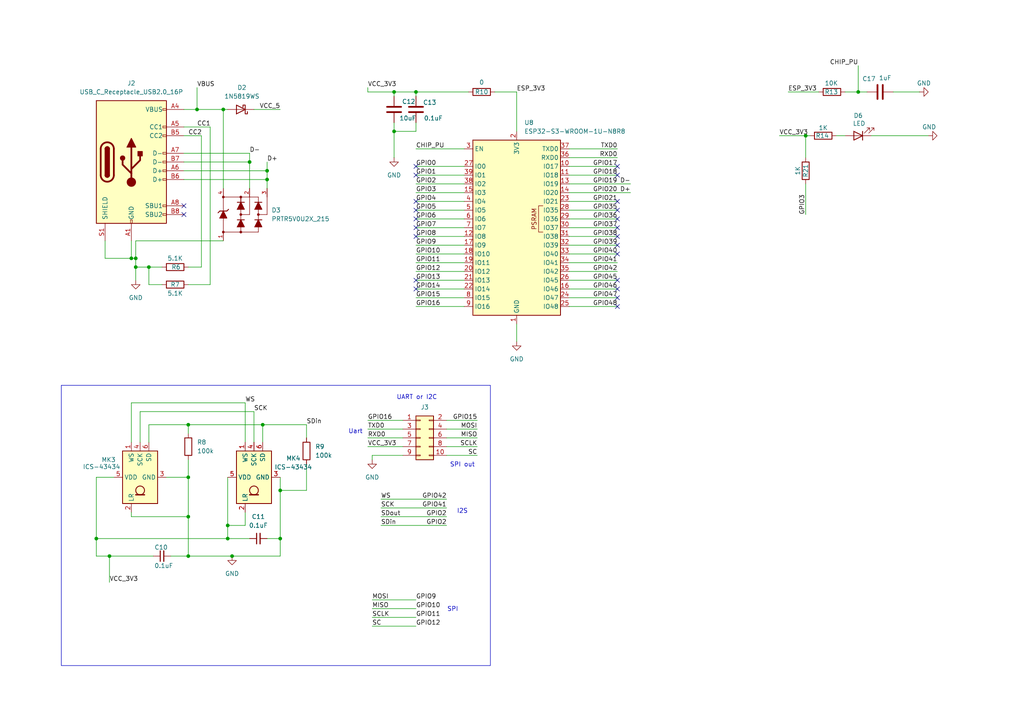
<source format=kicad_sch>
(kicad_sch
	(version 20231120)
	(generator "eeschema")
	(generator_version "8.0")
	(uuid "e16f3120-4b69-4300-9756-94975a78ce6e")
	(paper "A4")
	(lib_symbols
		(symbol "Connector:USB_C_Receptacle_USB2.0_16P"
			(pin_names
				(offset 1.016)
			)
			(exclude_from_sim no)
			(in_bom yes)
			(on_board yes)
			(property "Reference" "J"
				(at 0 22.225 0)
				(effects
					(font
						(size 1.27 1.27)
					)
				)
			)
			(property "Value" "USB_C_Receptacle_USB2.0_16P"
				(at 0 19.685 0)
				(effects
					(font
						(size 1.27 1.27)
					)
				)
			)
			(property "Footprint" ""
				(at 3.81 0 0)
				(effects
					(font
						(size 1.27 1.27)
					)
					(hide yes)
				)
			)
			(property "Datasheet" "https://www.usb.org/sites/default/files/documents/usb_type-c.zip"
				(at 3.81 0 0)
				(effects
					(font
						(size 1.27 1.27)
					)
					(hide yes)
				)
			)
			(property "Description" "USB 2.0-only 16P Type-C Receptacle connector"
				(at 0 0 0)
				(effects
					(font
						(size 1.27 1.27)
					)
					(hide yes)
				)
			)
			(property "ki_keywords" "usb universal serial bus type-C USB2.0"
				(at 0 0 0)
				(effects
					(font
						(size 1.27 1.27)
					)
					(hide yes)
				)
			)
			(property "ki_fp_filters" "USB*C*Receptacle*"
				(at 0 0 0)
				(effects
					(font
						(size 1.27 1.27)
					)
					(hide yes)
				)
			)
			(symbol "USB_C_Receptacle_USB2.0_16P_0_0"
				(rectangle
					(start -0.254 -17.78)
					(end 0.254 -16.764)
					(stroke
						(width 0)
						(type default)
					)
					(fill
						(type none)
					)
				)
				(rectangle
					(start 10.16 -14.986)
					(end 9.144 -15.494)
					(stroke
						(width 0)
						(type default)
					)
					(fill
						(type none)
					)
				)
				(rectangle
					(start 10.16 -12.446)
					(end 9.144 -12.954)
					(stroke
						(width 0)
						(type default)
					)
					(fill
						(type none)
					)
				)
				(rectangle
					(start 10.16 -4.826)
					(end 9.144 -5.334)
					(stroke
						(width 0)
						(type default)
					)
					(fill
						(type none)
					)
				)
				(rectangle
					(start 10.16 -2.286)
					(end 9.144 -2.794)
					(stroke
						(width 0)
						(type default)
					)
					(fill
						(type none)
					)
				)
				(rectangle
					(start 10.16 0.254)
					(end 9.144 -0.254)
					(stroke
						(width 0)
						(type default)
					)
					(fill
						(type none)
					)
				)
				(rectangle
					(start 10.16 2.794)
					(end 9.144 2.286)
					(stroke
						(width 0)
						(type default)
					)
					(fill
						(type none)
					)
				)
				(rectangle
					(start 10.16 7.874)
					(end 9.144 7.366)
					(stroke
						(width 0)
						(type default)
					)
					(fill
						(type none)
					)
				)
				(rectangle
					(start 10.16 10.414)
					(end 9.144 9.906)
					(stroke
						(width 0)
						(type default)
					)
					(fill
						(type none)
					)
				)
				(rectangle
					(start 10.16 15.494)
					(end 9.144 14.986)
					(stroke
						(width 0)
						(type default)
					)
					(fill
						(type none)
					)
				)
			)
			(symbol "USB_C_Receptacle_USB2.0_16P_0_1"
				(rectangle
					(start -10.16 17.78)
					(end 10.16 -17.78)
					(stroke
						(width 0.254)
						(type default)
					)
					(fill
						(type background)
					)
				)
				(arc
					(start -8.89 -3.81)
					(mid -6.985 -5.7067)
					(end -5.08 -3.81)
					(stroke
						(width 0.508)
						(type default)
					)
					(fill
						(type none)
					)
				)
				(arc
					(start -7.62 -3.81)
					(mid -6.985 -4.4423)
					(end -6.35 -3.81)
					(stroke
						(width 0.254)
						(type default)
					)
					(fill
						(type none)
					)
				)
				(arc
					(start -7.62 -3.81)
					(mid -6.985 -4.4423)
					(end -6.35 -3.81)
					(stroke
						(width 0.254)
						(type default)
					)
					(fill
						(type outline)
					)
				)
				(rectangle
					(start -7.62 -3.81)
					(end -6.35 3.81)
					(stroke
						(width 0.254)
						(type default)
					)
					(fill
						(type outline)
					)
				)
				(arc
					(start -6.35 3.81)
					(mid -6.985 4.4423)
					(end -7.62 3.81)
					(stroke
						(width 0.254)
						(type default)
					)
					(fill
						(type none)
					)
				)
				(arc
					(start -6.35 3.81)
					(mid -6.985 4.4423)
					(end -7.62 3.81)
					(stroke
						(width 0.254)
						(type default)
					)
					(fill
						(type outline)
					)
				)
				(arc
					(start -5.08 3.81)
					(mid -6.985 5.7067)
					(end -8.89 3.81)
					(stroke
						(width 0.508)
						(type default)
					)
					(fill
						(type none)
					)
				)
				(circle
					(center -2.54 1.143)
					(radius 0.635)
					(stroke
						(width 0.254)
						(type default)
					)
					(fill
						(type outline)
					)
				)
				(circle
					(center 0 -5.842)
					(radius 1.27)
					(stroke
						(width 0)
						(type default)
					)
					(fill
						(type outline)
					)
				)
				(polyline
					(pts
						(xy -8.89 -3.81) (xy -8.89 3.81)
					)
					(stroke
						(width 0.508)
						(type default)
					)
					(fill
						(type none)
					)
				)
				(polyline
					(pts
						(xy -5.08 3.81) (xy -5.08 -3.81)
					)
					(stroke
						(width 0.508)
						(type default)
					)
					(fill
						(type none)
					)
				)
				(polyline
					(pts
						(xy 0 -5.842) (xy 0 4.318)
					)
					(stroke
						(width 0.508)
						(type default)
					)
					(fill
						(type none)
					)
				)
				(polyline
					(pts
						(xy 0 -3.302) (xy -2.54 -0.762) (xy -2.54 0.508)
					)
					(stroke
						(width 0.508)
						(type default)
					)
					(fill
						(type none)
					)
				)
				(polyline
					(pts
						(xy 0 -2.032) (xy 2.54 0.508) (xy 2.54 1.778)
					)
					(stroke
						(width 0.508)
						(type default)
					)
					(fill
						(type none)
					)
				)
				(polyline
					(pts
						(xy -1.27 4.318) (xy 0 6.858) (xy 1.27 4.318) (xy -1.27 4.318)
					)
					(stroke
						(width 0.254)
						(type default)
					)
					(fill
						(type outline)
					)
				)
				(rectangle
					(start 1.905 1.778)
					(end 3.175 3.048)
					(stroke
						(width 0.254)
						(type default)
					)
					(fill
						(type outline)
					)
				)
			)
			(symbol "USB_C_Receptacle_USB2.0_16P_1_1"
				(pin passive line
					(at 0 -22.86 90)
					(length 5.08)
					(name "GND"
						(effects
							(font
								(size 1.27 1.27)
							)
						)
					)
					(number "A1"
						(effects
							(font
								(size 1.27 1.27)
							)
						)
					)
				)
				(pin passive line
					(at 0 -22.86 90)
					(length 5.08) hide
					(name "GND"
						(effects
							(font
								(size 1.27 1.27)
							)
						)
					)
					(number "A12"
						(effects
							(font
								(size 1.27 1.27)
							)
						)
					)
				)
				(pin passive line
					(at 15.24 15.24 180)
					(length 5.08)
					(name "VBUS"
						(effects
							(font
								(size 1.27 1.27)
							)
						)
					)
					(number "A4"
						(effects
							(font
								(size 1.27 1.27)
							)
						)
					)
				)
				(pin bidirectional line
					(at 15.24 10.16 180)
					(length 5.08)
					(name "CC1"
						(effects
							(font
								(size 1.27 1.27)
							)
						)
					)
					(number "A5"
						(effects
							(font
								(size 1.27 1.27)
							)
						)
					)
				)
				(pin bidirectional line
					(at 15.24 -2.54 180)
					(length 5.08)
					(name "D+"
						(effects
							(font
								(size 1.27 1.27)
							)
						)
					)
					(number "A6"
						(effects
							(font
								(size 1.27 1.27)
							)
						)
					)
				)
				(pin bidirectional line
					(at 15.24 2.54 180)
					(length 5.08)
					(name "D-"
						(effects
							(font
								(size 1.27 1.27)
							)
						)
					)
					(number "A7"
						(effects
							(font
								(size 1.27 1.27)
							)
						)
					)
				)
				(pin bidirectional line
					(at 15.24 -12.7 180)
					(length 5.08)
					(name "SBU1"
						(effects
							(font
								(size 1.27 1.27)
							)
						)
					)
					(number "A8"
						(effects
							(font
								(size 1.27 1.27)
							)
						)
					)
				)
				(pin passive line
					(at 15.24 15.24 180)
					(length 5.08) hide
					(name "VBUS"
						(effects
							(font
								(size 1.27 1.27)
							)
						)
					)
					(number "A9"
						(effects
							(font
								(size 1.27 1.27)
							)
						)
					)
				)
				(pin passive line
					(at 0 -22.86 90)
					(length 5.08) hide
					(name "GND"
						(effects
							(font
								(size 1.27 1.27)
							)
						)
					)
					(number "B1"
						(effects
							(font
								(size 1.27 1.27)
							)
						)
					)
				)
				(pin passive line
					(at 0 -22.86 90)
					(length 5.08) hide
					(name "GND"
						(effects
							(font
								(size 1.27 1.27)
							)
						)
					)
					(number "B12"
						(effects
							(font
								(size 1.27 1.27)
							)
						)
					)
				)
				(pin passive line
					(at 15.24 15.24 180)
					(length 5.08) hide
					(name "VBUS"
						(effects
							(font
								(size 1.27 1.27)
							)
						)
					)
					(number "B4"
						(effects
							(font
								(size 1.27 1.27)
							)
						)
					)
				)
				(pin bidirectional line
					(at 15.24 7.62 180)
					(length 5.08)
					(name "CC2"
						(effects
							(font
								(size 1.27 1.27)
							)
						)
					)
					(number "B5"
						(effects
							(font
								(size 1.27 1.27)
							)
						)
					)
				)
				(pin bidirectional line
					(at 15.24 -5.08 180)
					(length 5.08)
					(name "D+"
						(effects
							(font
								(size 1.27 1.27)
							)
						)
					)
					(number "B6"
						(effects
							(font
								(size 1.27 1.27)
							)
						)
					)
				)
				(pin bidirectional line
					(at 15.24 0 180)
					(length 5.08)
					(name "D-"
						(effects
							(font
								(size 1.27 1.27)
							)
						)
					)
					(number "B7"
						(effects
							(font
								(size 1.27 1.27)
							)
						)
					)
				)
				(pin bidirectional line
					(at 15.24 -15.24 180)
					(length 5.08)
					(name "SBU2"
						(effects
							(font
								(size 1.27 1.27)
							)
						)
					)
					(number "B8"
						(effects
							(font
								(size 1.27 1.27)
							)
						)
					)
				)
				(pin passive line
					(at 15.24 15.24 180)
					(length 5.08) hide
					(name "VBUS"
						(effects
							(font
								(size 1.27 1.27)
							)
						)
					)
					(number "B9"
						(effects
							(font
								(size 1.27 1.27)
							)
						)
					)
				)
				(pin passive line
					(at -7.62 -22.86 90)
					(length 5.08)
					(name "SHIELD"
						(effects
							(font
								(size 1.27 1.27)
							)
						)
					)
					(number "S1"
						(effects
							(font
								(size 1.27 1.27)
							)
						)
					)
				)
			)
		)
		(symbol "Connector_Generic:Conn_02x05_Odd_Even"
			(pin_names
				(offset 1.016) hide)
			(exclude_from_sim no)
			(in_bom yes)
			(on_board yes)
			(property "Reference" "J"
				(at 1.27 7.62 0)
				(effects
					(font
						(size 1.27 1.27)
					)
				)
			)
			(property "Value" "Conn_02x05_Odd_Even"
				(at 1.27 -7.62 0)
				(effects
					(font
						(size 1.27 1.27)
					)
				)
			)
			(property "Footprint" ""
				(at 0 0 0)
				(effects
					(font
						(size 1.27 1.27)
					)
					(hide yes)
				)
			)
			(property "Datasheet" "~"
				(at 0 0 0)
				(effects
					(font
						(size 1.27 1.27)
					)
					(hide yes)
				)
			)
			(property "Description" "Generic connector, double row, 02x05, odd/even pin numbering scheme (row 1 odd numbers, row 2 even numbers), script generated (kicad-library-utils/schlib/autogen/connector/)"
				(at 0 0 0)
				(effects
					(font
						(size 1.27 1.27)
					)
					(hide yes)
				)
			)
			(property "ki_keywords" "connector"
				(at 0 0 0)
				(effects
					(font
						(size 1.27 1.27)
					)
					(hide yes)
				)
			)
			(property "ki_fp_filters" "Connector*:*_2x??_*"
				(at 0 0 0)
				(effects
					(font
						(size 1.27 1.27)
					)
					(hide yes)
				)
			)
			(symbol "Conn_02x05_Odd_Even_1_1"
				(rectangle
					(start -1.27 -4.953)
					(end 0 -5.207)
					(stroke
						(width 0.1524)
						(type default)
					)
					(fill
						(type none)
					)
				)
				(rectangle
					(start -1.27 -2.413)
					(end 0 -2.667)
					(stroke
						(width 0.1524)
						(type default)
					)
					(fill
						(type none)
					)
				)
				(rectangle
					(start -1.27 0.127)
					(end 0 -0.127)
					(stroke
						(width 0.1524)
						(type default)
					)
					(fill
						(type none)
					)
				)
				(rectangle
					(start -1.27 2.667)
					(end 0 2.413)
					(stroke
						(width 0.1524)
						(type default)
					)
					(fill
						(type none)
					)
				)
				(rectangle
					(start -1.27 5.207)
					(end 0 4.953)
					(stroke
						(width 0.1524)
						(type default)
					)
					(fill
						(type none)
					)
				)
				(rectangle
					(start -1.27 6.35)
					(end 3.81 -6.35)
					(stroke
						(width 0.254)
						(type default)
					)
					(fill
						(type background)
					)
				)
				(rectangle
					(start 3.81 -4.953)
					(end 2.54 -5.207)
					(stroke
						(width 0.1524)
						(type default)
					)
					(fill
						(type none)
					)
				)
				(rectangle
					(start 3.81 -2.413)
					(end 2.54 -2.667)
					(stroke
						(width 0.1524)
						(type default)
					)
					(fill
						(type none)
					)
				)
				(rectangle
					(start 3.81 0.127)
					(end 2.54 -0.127)
					(stroke
						(width 0.1524)
						(type default)
					)
					(fill
						(type none)
					)
				)
				(rectangle
					(start 3.81 2.667)
					(end 2.54 2.413)
					(stroke
						(width 0.1524)
						(type default)
					)
					(fill
						(type none)
					)
				)
				(rectangle
					(start 3.81 5.207)
					(end 2.54 4.953)
					(stroke
						(width 0.1524)
						(type default)
					)
					(fill
						(type none)
					)
				)
				(pin passive line
					(at -5.08 5.08 0)
					(length 3.81)
					(name "Pin_1"
						(effects
							(font
								(size 1.27 1.27)
							)
						)
					)
					(number "1"
						(effects
							(font
								(size 1.27 1.27)
							)
						)
					)
				)
				(pin passive line
					(at 7.62 -5.08 180)
					(length 3.81)
					(name "Pin_10"
						(effects
							(font
								(size 1.27 1.27)
							)
						)
					)
					(number "10"
						(effects
							(font
								(size 1.27 1.27)
							)
						)
					)
				)
				(pin passive line
					(at 7.62 5.08 180)
					(length 3.81)
					(name "Pin_2"
						(effects
							(font
								(size 1.27 1.27)
							)
						)
					)
					(number "2"
						(effects
							(font
								(size 1.27 1.27)
							)
						)
					)
				)
				(pin passive line
					(at -5.08 2.54 0)
					(length 3.81)
					(name "Pin_3"
						(effects
							(font
								(size 1.27 1.27)
							)
						)
					)
					(number "3"
						(effects
							(font
								(size 1.27 1.27)
							)
						)
					)
				)
				(pin passive line
					(at 7.62 2.54 180)
					(length 3.81)
					(name "Pin_4"
						(effects
							(font
								(size 1.27 1.27)
							)
						)
					)
					(number "4"
						(effects
							(font
								(size 1.27 1.27)
							)
						)
					)
				)
				(pin passive line
					(at -5.08 0 0)
					(length 3.81)
					(name "Pin_5"
						(effects
							(font
								(size 1.27 1.27)
							)
						)
					)
					(number "5"
						(effects
							(font
								(size 1.27 1.27)
							)
						)
					)
				)
				(pin passive line
					(at 7.62 0 180)
					(length 3.81)
					(name "Pin_6"
						(effects
							(font
								(size 1.27 1.27)
							)
						)
					)
					(number "6"
						(effects
							(font
								(size 1.27 1.27)
							)
						)
					)
				)
				(pin passive line
					(at -5.08 -2.54 0)
					(length 3.81)
					(name "Pin_7"
						(effects
							(font
								(size 1.27 1.27)
							)
						)
					)
					(number "7"
						(effects
							(font
								(size 1.27 1.27)
							)
						)
					)
				)
				(pin passive line
					(at 7.62 -2.54 180)
					(length 3.81)
					(name "Pin_8"
						(effects
							(font
								(size 1.27 1.27)
							)
						)
					)
					(number "8"
						(effects
							(font
								(size 1.27 1.27)
							)
						)
					)
				)
				(pin passive line
					(at -5.08 -5.08 0)
					(length 3.81)
					(name "Pin_9"
						(effects
							(font
								(size 1.27 1.27)
							)
						)
					)
					(number "9"
						(effects
							(font
								(size 1.27 1.27)
							)
						)
					)
				)
			)
		)
		(symbol "Device:C"
			(pin_numbers hide)
			(pin_names
				(offset 0.254)
			)
			(exclude_from_sim no)
			(in_bom yes)
			(on_board yes)
			(property "Reference" "C"
				(at 0.635 2.54 0)
				(effects
					(font
						(size 1.27 1.27)
					)
					(justify left)
				)
			)
			(property "Value" "C"
				(at 0.635 -2.54 0)
				(effects
					(font
						(size 1.27 1.27)
					)
					(justify left)
				)
			)
			(property "Footprint" ""
				(at 0.9652 -3.81 0)
				(effects
					(font
						(size 1.27 1.27)
					)
					(hide yes)
				)
			)
			(property "Datasheet" "~"
				(at 0 0 0)
				(effects
					(font
						(size 1.27 1.27)
					)
					(hide yes)
				)
			)
			(property "Description" "Unpolarized capacitor"
				(at 0 0 0)
				(effects
					(font
						(size 1.27 1.27)
					)
					(hide yes)
				)
			)
			(property "ki_keywords" "cap capacitor"
				(at 0 0 0)
				(effects
					(font
						(size 1.27 1.27)
					)
					(hide yes)
				)
			)
			(property "ki_fp_filters" "C_*"
				(at 0 0 0)
				(effects
					(font
						(size 1.27 1.27)
					)
					(hide yes)
				)
			)
			(symbol "C_0_1"
				(polyline
					(pts
						(xy -2.032 -0.762) (xy 2.032 -0.762)
					)
					(stroke
						(width 0.508)
						(type default)
					)
					(fill
						(type none)
					)
				)
				(polyline
					(pts
						(xy -2.032 0.762) (xy 2.032 0.762)
					)
					(stroke
						(width 0.508)
						(type default)
					)
					(fill
						(type none)
					)
				)
			)
			(symbol "C_1_1"
				(pin passive line
					(at 0 3.81 270)
					(length 2.794)
					(name "~"
						(effects
							(font
								(size 1.27 1.27)
							)
						)
					)
					(number "1"
						(effects
							(font
								(size 1.27 1.27)
							)
						)
					)
				)
				(pin passive line
					(at 0 -3.81 90)
					(length 2.794)
					(name "~"
						(effects
							(font
								(size 1.27 1.27)
							)
						)
					)
					(number "2"
						(effects
							(font
								(size 1.27 1.27)
							)
						)
					)
				)
			)
		)
		(symbol "Device:C_Small"
			(pin_numbers hide)
			(pin_names
				(offset 0.254) hide)
			(exclude_from_sim no)
			(in_bom yes)
			(on_board yes)
			(property "Reference" "C"
				(at 0.254 1.778 0)
				(effects
					(font
						(size 1.27 1.27)
					)
					(justify left)
				)
			)
			(property "Value" "C_Small"
				(at 0.254 -2.032 0)
				(effects
					(font
						(size 1.27 1.27)
					)
					(justify left)
				)
			)
			(property "Footprint" ""
				(at 0 0 0)
				(effects
					(font
						(size 1.27 1.27)
					)
					(hide yes)
				)
			)
			(property "Datasheet" "~"
				(at 0 0 0)
				(effects
					(font
						(size 1.27 1.27)
					)
					(hide yes)
				)
			)
			(property "Description" "Unpolarized capacitor, small symbol"
				(at 0 0 0)
				(effects
					(font
						(size 1.27 1.27)
					)
					(hide yes)
				)
			)
			(property "ki_keywords" "capacitor cap"
				(at 0 0 0)
				(effects
					(font
						(size 1.27 1.27)
					)
					(hide yes)
				)
			)
			(property "ki_fp_filters" "C_*"
				(at 0 0 0)
				(effects
					(font
						(size 1.27 1.27)
					)
					(hide yes)
				)
			)
			(symbol "C_Small_0_1"
				(polyline
					(pts
						(xy -1.524 -0.508) (xy 1.524 -0.508)
					)
					(stroke
						(width 0.3302)
						(type default)
					)
					(fill
						(type none)
					)
				)
				(polyline
					(pts
						(xy -1.524 0.508) (xy 1.524 0.508)
					)
					(stroke
						(width 0.3048)
						(type default)
					)
					(fill
						(type none)
					)
				)
			)
			(symbol "C_Small_1_1"
				(pin passive line
					(at 0 2.54 270)
					(length 2.032)
					(name "~"
						(effects
							(font
								(size 1.27 1.27)
							)
						)
					)
					(number "1"
						(effects
							(font
								(size 1.27 1.27)
							)
						)
					)
				)
				(pin passive line
					(at 0 -2.54 90)
					(length 2.032)
					(name "~"
						(effects
							(font
								(size 1.27 1.27)
							)
						)
					)
					(number "2"
						(effects
							(font
								(size 1.27 1.27)
							)
						)
					)
				)
			)
		)
		(symbol "Device:LED"
			(pin_numbers hide)
			(pin_names
				(offset 1.016) hide)
			(exclude_from_sim no)
			(in_bom yes)
			(on_board yes)
			(property "Reference" "D"
				(at 0 2.54 0)
				(effects
					(font
						(size 1.27 1.27)
					)
				)
			)
			(property "Value" "LED"
				(at 0 -2.54 0)
				(effects
					(font
						(size 1.27 1.27)
					)
				)
			)
			(property "Footprint" ""
				(at 0 0 0)
				(effects
					(font
						(size 1.27 1.27)
					)
					(hide yes)
				)
			)
			(property "Datasheet" "~"
				(at 0 0 0)
				(effects
					(font
						(size 1.27 1.27)
					)
					(hide yes)
				)
			)
			(property "Description" "Light emitting diode"
				(at 0 0 0)
				(effects
					(font
						(size 1.27 1.27)
					)
					(hide yes)
				)
			)
			(property "ki_keywords" "LED diode"
				(at 0 0 0)
				(effects
					(font
						(size 1.27 1.27)
					)
					(hide yes)
				)
			)
			(property "ki_fp_filters" "LED* LED_SMD:* LED_THT:*"
				(at 0 0 0)
				(effects
					(font
						(size 1.27 1.27)
					)
					(hide yes)
				)
			)
			(symbol "LED_0_1"
				(polyline
					(pts
						(xy -1.27 -1.27) (xy -1.27 1.27)
					)
					(stroke
						(width 0.254)
						(type default)
					)
					(fill
						(type none)
					)
				)
				(polyline
					(pts
						(xy -1.27 0) (xy 1.27 0)
					)
					(stroke
						(width 0)
						(type default)
					)
					(fill
						(type none)
					)
				)
				(polyline
					(pts
						(xy 1.27 -1.27) (xy 1.27 1.27) (xy -1.27 0) (xy 1.27 -1.27)
					)
					(stroke
						(width 0.254)
						(type default)
					)
					(fill
						(type none)
					)
				)
				(polyline
					(pts
						(xy -3.048 -0.762) (xy -4.572 -2.286) (xy -3.81 -2.286) (xy -4.572 -2.286) (xy -4.572 -1.524)
					)
					(stroke
						(width 0)
						(type default)
					)
					(fill
						(type none)
					)
				)
				(polyline
					(pts
						(xy -1.778 -0.762) (xy -3.302 -2.286) (xy -2.54 -2.286) (xy -3.302 -2.286) (xy -3.302 -1.524)
					)
					(stroke
						(width 0)
						(type default)
					)
					(fill
						(type none)
					)
				)
			)
			(symbol "LED_1_1"
				(pin passive line
					(at -3.81 0 0)
					(length 2.54)
					(name "K"
						(effects
							(font
								(size 1.27 1.27)
							)
						)
					)
					(number "1"
						(effects
							(font
								(size 1.27 1.27)
							)
						)
					)
				)
				(pin passive line
					(at 3.81 0 180)
					(length 2.54)
					(name "A"
						(effects
							(font
								(size 1.27 1.27)
							)
						)
					)
					(number "2"
						(effects
							(font
								(size 1.27 1.27)
							)
						)
					)
				)
			)
		)
		(symbol "Device:R"
			(pin_numbers hide)
			(pin_names
				(offset 0)
			)
			(exclude_from_sim no)
			(in_bom yes)
			(on_board yes)
			(property "Reference" "R"
				(at 2.032 0 90)
				(effects
					(font
						(size 1.27 1.27)
					)
				)
			)
			(property "Value" "R"
				(at 0 0 90)
				(effects
					(font
						(size 1.27 1.27)
					)
				)
			)
			(property "Footprint" ""
				(at -1.778 0 90)
				(effects
					(font
						(size 1.27 1.27)
					)
					(hide yes)
				)
			)
			(property "Datasheet" "~"
				(at 0 0 0)
				(effects
					(font
						(size 1.27 1.27)
					)
					(hide yes)
				)
			)
			(property "Description" "Resistor"
				(at 0 0 0)
				(effects
					(font
						(size 1.27 1.27)
					)
					(hide yes)
				)
			)
			(property "ki_keywords" "R res resistor"
				(at 0 0 0)
				(effects
					(font
						(size 1.27 1.27)
					)
					(hide yes)
				)
			)
			(property "ki_fp_filters" "R_*"
				(at 0 0 0)
				(effects
					(font
						(size 1.27 1.27)
					)
					(hide yes)
				)
			)
			(symbol "R_0_1"
				(rectangle
					(start -1.016 -2.54)
					(end 1.016 2.54)
					(stroke
						(width 0.254)
						(type default)
					)
					(fill
						(type none)
					)
				)
			)
			(symbol "R_1_1"
				(pin passive line
					(at 0 3.81 270)
					(length 1.27)
					(name "~"
						(effects
							(font
								(size 1.27 1.27)
							)
						)
					)
					(number "1"
						(effects
							(font
								(size 1.27 1.27)
							)
						)
					)
				)
				(pin passive line
					(at 0 -3.81 90)
					(length 1.27)
					(name "~"
						(effects
							(font
								(size 1.27 1.27)
							)
						)
					)
					(number "2"
						(effects
							(font
								(size 1.27 1.27)
							)
						)
					)
				)
			)
		)
		(symbol "Diode:1N5819WS"
			(pin_numbers hide)
			(pin_names
				(offset 1.016) hide)
			(exclude_from_sim no)
			(in_bom yes)
			(on_board yes)
			(property "Reference" "D"
				(at 0 2.54 0)
				(effects
					(font
						(size 1.27 1.27)
					)
				)
			)
			(property "Value" "1N5819WS"
				(at 0 -2.54 0)
				(effects
					(font
						(size 1.27 1.27)
					)
				)
			)
			(property "Footprint" "Diode_SMD:D_SOD-323"
				(at 0 -4.445 0)
				(effects
					(font
						(size 1.27 1.27)
					)
					(hide yes)
				)
			)
			(property "Datasheet" "https://datasheet.lcsc.com/lcsc/2204281430_Guangdong-Hottech-1N5819WS_C191023.pdf"
				(at 0 0 0)
				(effects
					(font
						(size 1.27 1.27)
					)
					(hide yes)
				)
			)
			(property "Description" "40V 600mV@1A 1A SOD-323 Schottky Barrier Diodes, SOD-323"
				(at 0 0 0)
				(effects
					(font
						(size 1.27 1.27)
					)
					(hide yes)
				)
			)
			(property "ki_keywords" "diode Schottky"
				(at 0 0 0)
				(effects
					(font
						(size 1.27 1.27)
					)
					(hide yes)
				)
			)
			(property "ki_fp_filters" "D*SOD?323*"
				(at 0 0 0)
				(effects
					(font
						(size 1.27 1.27)
					)
					(hide yes)
				)
			)
			(symbol "1N5819WS_0_1"
				(polyline
					(pts
						(xy 1.27 0) (xy -1.27 0)
					)
					(stroke
						(width 0)
						(type default)
					)
					(fill
						(type none)
					)
				)
				(polyline
					(pts
						(xy 1.27 1.27) (xy 1.27 -1.27) (xy -1.27 0) (xy 1.27 1.27)
					)
					(stroke
						(width 0.254)
						(type default)
					)
					(fill
						(type none)
					)
				)
				(polyline
					(pts
						(xy -1.905 0.635) (xy -1.905 1.27) (xy -1.27 1.27) (xy -1.27 -1.27) (xy -0.635 -1.27) (xy -0.635 -0.635)
					)
					(stroke
						(width 0.254)
						(type default)
					)
					(fill
						(type none)
					)
				)
			)
			(symbol "1N5819WS_1_1"
				(pin passive line
					(at -3.81 0 0)
					(length 2.54)
					(name "K"
						(effects
							(font
								(size 1.27 1.27)
							)
						)
					)
					(number "1"
						(effects
							(font
								(size 1.27 1.27)
							)
						)
					)
				)
				(pin passive line
					(at 3.81 0 180)
					(length 2.54)
					(name "A"
						(effects
							(font
								(size 1.27 1.27)
							)
						)
					)
					(number "2"
						(effects
							(font
								(size 1.27 1.27)
							)
						)
					)
				)
			)
		)
		(symbol "PRTR5V0U2X_215:PRTR5V0U2X_215"
			(pin_names
				(offset 1.016)
			)
			(exclude_from_sim no)
			(in_bom yes)
			(on_board yes)
			(property "Reference" "D"
				(at -2.5474 -7.5404 0)
				(effects
					(font
						(size 1.27 1.27)
					)
					(justify left bottom)
				)
			)
			(property "Value" "PRTR5V0U2X_215"
				(at -2.543 -10.3245 0)
				(effects
					(font
						(size 1.27 1.27)
					)
					(justify left bottom)
				)
			)
			(property "Footprint" "PRTR5V0U2X_215:SOT143B"
				(at 0 0 0)
				(effects
					(font
						(size 1.27 1.27)
					)
					(justify bottom)
					(hide yes)
				)
			)
			(property "Datasheet" ""
				(at 0 0 0)
				(effects
					(font
						(size 1.27 1.27)
					)
					(hide yes)
				)
			)
			(property "Description" ""
				(at 0 0 0)
				(effects
					(font
						(size 1.27 1.27)
					)
					(hide yes)
				)
			)
			(symbol "PRTR5V0U2X_215_0_0"
				(circle
					(center -5.08 -5.08)
					(radius 0.254)
					(stroke
						(width 0.254)
						(type default)
					)
					(fill
						(type none)
					)
				)
				(circle
					(center -5.08 5.08)
					(radius 0.254)
					(stroke
						(width 0.254)
						(type default)
					)
					(fill
						(type none)
					)
				)
				(circle
					(center 0 -5.08)
					(radius 0.254)
					(stroke
						(width 0.254)
						(type default)
					)
					(fill
						(type none)
					)
				)
				(polyline
					(pts
						(xy -6.096 1.016) (xy -6.604 0.508)
					)
					(stroke
						(width 0.254)
						(type default)
					)
					(fill
						(type none)
					)
				)
				(polyline
					(pts
						(xy -6.096 1.016) (xy -5.08 1.016)
					)
					(stroke
						(width 0.254)
						(type default)
					)
					(fill
						(type none)
					)
				)
				(polyline
					(pts
						(xy -5.08 -1.016) (xy -5.08 -7.62)
					)
					(stroke
						(width 0.1524)
						(type default)
					)
					(fill
						(type none)
					)
				)
				(polyline
					(pts
						(xy -5.08 1.016) (xy -5.08 7.62)
					)
					(stroke
						(width 0.1524)
						(type default)
					)
					(fill
						(type none)
					)
				)
				(polyline
					(pts
						(xy -5.08 1.016) (xy -4.064 1.016)
					)
					(stroke
						(width 0.254)
						(type default)
					)
					(fill
						(type none)
					)
				)
				(polyline
					(pts
						(xy -4.064 1.016) (xy -3.556 1.524)
					)
					(stroke
						(width 0.254)
						(type default)
					)
					(fill
						(type none)
					)
				)
				(polyline
					(pts
						(xy -1.016 -1.524) (xy 0 -1.524)
					)
					(stroke
						(width 0.254)
						(type default)
					)
					(fill
						(type none)
					)
				)
				(polyline
					(pts
						(xy -1.016 3.556) (xy 0 3.556)
					)
					(stroke
						(width 0.254)
						(type default)
					)
					(fill
						(type none)
					)
				)
				(polyline
					(pts
						(xy 0 -5.08) (xy -5.08 -5.08)
					)
					(stroke
						(width 0.1524)
						(type default)
					)
					(fill
						(type none)
					)
				)
				(polyline
					(pts
						(xy 0 -3.556) (xy 0 -5.08)
					)
					(stroke
						(width 0.1524)
						(type default)
					)
					(fill
						(type none)
					)
				)
				(polyline
					(pts
						(xy 0 -1.524) (xy 0 0)
					)
					(stroke
						(width 0.1524)
						(type default)
					)
					(fill
						(type none)
					)
				)
				(polyline
					(pts
						(xy 0 -1.524) (xy 1.016 -1.524)
					)
					(stroke
						(width 0.254)
						(type default)
					)
					(fill
						(type none)
					)
				)
				(polyline
					(pts
						(xy 0 0) (xy 0 1.524)
					)
					(stroke
						(width 0.1524)
						(type default)
					)
					(fill
						(type none)
					)
				)
				(polyline
					(pts
						(xy 0 0) (xy 2.54 0)
					)
					(stroke
						(width 0.1524)
						(type default)
					)
					(fill
						(type none)
					)
				)
				(polyline
					(pts
						(xy 0 3.556) (xy 0 5.08)
					)
					(stroke
						(width 0.254)
						(type default)
					)
					(fill
						(type none)
					)
				)
				(polyline
					(pts
						(xy 0 3.556) (xy 1.016 3.556)
					)
					(stroke
						(width 0.254)
						(type default)
					)
					(fill
						(type none)
					)
				)
				(polyline
					(pts
						(xy 0 5.08) (xy -5.08 5.08)
					)
					(stroke
						(width 0.1524)
						(type default)
					)
					(fill
						(type none)
					)
				)
				(polyline
					(pts
						(xy 2.54 0) (xy 2.54 7.62)
					)
					(stroke
						(width 0.1524)
						(type default)
					)
					(fill
						(type none)
					)
				)
				(polyline
					(pts
						(xy 4.064 -1.524) (xy 5.08 -1.524)
					)
					(stroke
						(width 0.254)
						(type default)
					)
					(fill
						(type none)
					)
				)
				(polyline
					(pts
						(xy 4.064 3.556) (xy 5.08 3.556)
					)
					(stroke
						(width 0.254)
						(type default)
					)
					(fill
						(type none)
					)
				)
				(polyline
					(pts
						(xy 5.08 -5.08) (xy 0 -5.08)
					)
					(stroke
						(width 0.1524)
						(type default)
					)
					(fill
						(type none)
					)
				)
				(polyline
					(pts
						(xy 5.08 -3.556) (xy 5.08 -5.08)
					)
					(stroke
						(width 0.1524)
						(type default)
					)
					(fill
						(type none)
					)
				)
				(polyline
					(pts
						(xy 5.08 -1.524) (xy 5.08 0)
					)
					(stroke
						(width 0.1524)
						(type default)
					)
					(fill
						(type none)
					)
				)
				(polyline
					(pts
						(xy 5.08 -1.524) (xy 6.096 -1.524)
					)
					(stroke
						(width 0.254)
						(type default)
					)
					(fill
						(type none)
					)
				)
				(polyline
					(pts
						(xy 5.08 0) (xy 5.08 1.524)
					)
					(stroke
						(width 0.1524)
						(type default)
					)
					(fill
						(type none)
					)
				)
				(polyline
					(pts
						(xy 5.08 0) (xy 7.62 0)
					)
					(stroke
						(width 0.1524)
						(type default)
					)
					(fill
						(type none)
					)
				)
				(polyline
					(pts
						(xy 5.08 3.556) (xy 5.08 5.08)
					)
					(stroke
						(width 0.1524)
						(type default)
					)
					(fill
						(type none)
					)
				)
				(polyline
					(pts
						(xy 5.08 3.556) (xy 6.096 3.556)
					)
					(stroke
						(width 0.254)
						(type default)
					)
					(fill
						(type none)
					)
				)
				(polyline
					(pts
						(xy 5.08 5.08) (xy 0 5.08)
					)
					(stroke
						(width 0.1524)
						(type default)
					)
					(fill
						(type none)
					)
				)
				(polyline
					(pts
						(xy 7.62 0) (xy 7.62 7.62)
					)
					(stroke
						(width 0.1524)
						(type default)
					)
					(fill
						(type none)
					)
				)
				(polyline
					(pts
						(xy -6.096 -1.016) (xy -5.08 1.016) (xy -4.064 -1.016) (xy -6.096 -1.016)
					)
					(stroke
						(width 0.254)
						(type default)
					)
					(fill
						(type outline)
					)
				)
				(polyline
					(pts
						(xy -1.016 -3.556) (xy 0 -1.524) (xy 1.016 -3.556) (xy -1.016 -3.556)
					)
					(stroke
						(width 0.254)
						(type default)
					)
					(fill
						(type outline)
					)
				)
				(polyline
					(pts
						(xy -1.016 1.524) (xy 0 3.556) (xy 1.016 1.524) (xy -1.016 1.524)
					)
					(stroke
						(width 0.254)
						(type default)
					)
					(fill
						(type outline)
					)
				)
				(polyline
					(pts
						(xy 4.064 -3.556) (xy 5.08 -1.524) (xy 6.096 -3.556) (xy 4.064 -3.556)
					)
					(stroke
						(width 0.254)
						(type default)
					)
					(fill
						(type outline)
					)
				)
				(polyline
					(pts
						(xy 4.064 1.524) (xy 5.08 3.556) (xy 6.096 1.524) (xy 4.064 1.524)
					)
					(stroke
						(width 0.254)
						(type default)
					)
					(fill
						(type outline)
					)
				)
				(circle
					(center 0 0)
					(radius 0.254)
					(stroke
						(width 0.254)
						(type default)
					)
					(fill
						(type none)
					)
				)
				(circle
					(center 0 5.08)
					(radius 0.254)
					(stroke
						(width 0.254)
						(type default)
					)
					(fill
						(type none)
					)
				)
				(circle
					(center 5.08 0)
					(radius 0.254)
					(stroke
						(width 0.254)
						(type default)
					)
					(fill
						(type none)
					)
				)
				(pin passive line
					(at -5.08 -7.62 90)
					(length 2.54)
					(name "~"
						(effects
							(font
								(size 1.016 1.016)
							)
						)
					)
					(number "1"
						(effects
							(font
								(size 1.016 1.016)
							)
						)
					)
				)
				(pin passive line
					(at 2.54 7.62 270)
					(length 2.54)
					(name "~"
						(effects
							(font
								(size 1.016 1.016)
							)
						)
					)
					(number "2"
						(effects
							(font
								(size 1.016 1.016)
							)
						)
					)
				)
				(pin passive line
					(at 7.62 7.62 270)
					(length 2.54)
					(name "~"
						(effects
							(font
								(size 1.016 1.016)
							)
						)
					)
					(number "3"
						(effects
							(font
								(size 1.016 1.016)
							)
						)
					)
				)
				(pin passive line
					(at -5.08 7.62 270)
					(length 2.54)
					(name "~"
						(effects
							(font
								(size 1.016 1.016)
							)
						)
					)
					(number "4"
						(effects
							(font
								(size 1.016 1.016)
							)
						)
					)
				)
			)
		)
		(symbol "RF_Module:ESP32-S3-WROOM-1"
			(exclude_from_sim no)
			(in_bom yes)
			(on_board yes)
			(property "Reference" "U"
				(at -12.7 26.67 0)
				(effects
					(font
						(size 1.27 1.27)
					)
				)
			)
			(property "Value" "ESP32-S3-WROOM-1"
				(at 12.7 26.67 0)
				(effects
					(font
						(size 1.27 1.27)
					)
				)
			)
			(property "Footprint" "RF_Module:ESP32-S3-WROOM-1"
				(at 0 2.54 0)
				(effects
					(font
						(size 1.27 1.27)
					)
					(hide yes)
				)
			)
			(property "Datasheet" "https://www.espressif.com/sites/default/files/documentation/esp32-s3-wroom-1_wroom-1u_datasheet_en.pdf"
				(at 0 0 0)
				(effects
					(font
						(size 1.27 1.27)
					)
					(hide yes)
				)
			)
			(property "Description" "RF Module, ESP32-S3 SoC, Wi-Fi 802.11b/g/n, Bluetooth, BLE, 32-bit, 3.3V, onboard antenna, SMD"
				(at 0 0 0)
				(effects
					(font
						(size 1.27 1.27)
					)
					(hide yes)
				)
			)
			(property "ki_keywords" "RF Radio BT ESP ESP32-S3 Espressif onboard PCB antenna"
				(at 0 0 0)
				(effects
					(font
						(size 1.27 1.27)
					)
					(hide yes)
				)
			)
			(property "ki_fp_filters" "ESP32?S3?WROOM?1*"
				(at 0 0 0)
				(effects
					(font
						(size 1.27 1.27)
					)
					(hide yes)
				)
			)
			(symbol "ESP32-S3-WROOM-1_0_0"
				(rectangle
					(start -12.7 25.4)
					(end 12.7 -25.4)
					(stroke
						(width 0.254)
						(type default)
					)
					(fill
						(type background)
					)
				)
				(text "PSRAM"
					(at 5.08 2.54 900)
					(effects
						(font
							(size 1.27 1.27)
						)
					)
				)
			)
			(symbol "ESP32-S3-WROOM-1_0_1"
				(polyline
					(pts
						(xy 7.62 -1.27) (xy 6.35 -1.27) (xy 6.35 6.35) (xy 7.62 6.35)
					)
					(stroke
						(width 0)
						(type default)
					)
					(fill
						(type none)
					)
				)
			)
			(symbol "ESP32-S3-WROOM-1_1_1"
				(pin power_in line
					(at 0 -27.94 90)
					(length 2.54)
					(name "GND"
						(effects
							(font
								(size 1.27 1.27)
							)
						)
					)
					(number "1"
						(effects
							(font
								(size 1.27 1.27)
							)
						)
					)
				)
				(pin bidirectional line
					(at 15.24 17.78 180)
					(length 2.54)
					(name "IO17"
						(effects
							(font
								(size 1.27 1.27)
							)
						)
					)
					(number "10"
						(effects
							(font
								(size 1.27 1.27)
							)
						)
					)
				)
				(pin bidirectional line
					(at 15.24 15.24 180)
					(length 2.54)
					(name "IO18"
						(effects
							(font
								(size 1.27 1.27)
							)
						)
					)
					(number "11"
						(effects
							(font
								(size 1.27 1.27)
							)
						)
					)
				)
				(pin bidirectional line
					(at -15.24 -2.54 0)
					(length 2.54)
					(name "IO8"
						(effects
							(font
								(size 1.27 1.27)
							)
						)
					)
					(number "12"
						(effects
							(font
								(size 1.27 1.27)
							)
						)
					)
				)
				(pin bidirectional line
					(at 15.24 12.7 180)
					(length 2.54)
					(name "IO19"
						(effects
							(font
								(size 1.27 1.27)
							)
						)
					)
					(number "13"
						(effects
							(font
								(size 1.27 1.27)
							)
						)
					)
				)
				(pin bidirectional line
					(at 15.24 10.16 180)
					(length 2.54)
					(name "IO20"
						(effects
							(font
								(size 1.27 1.27)
							)
						)
					)
					(number "14"
						(effects
							(font
								(size 1.27 1.27)
							)
						)
					)
				)
				(pin bidirectional line
					(at -15.24 10.16 0)
					(length 2.54)
					(name "IO3"
						(effects
							(font
								(size 1.27 1.27)
							)
						)
					)
					(number "15"
						(effects
							(font
								(size 1.27 1.27)
							)
						)
					)
				)
				(pin bidirectional line
					(at 15.24 -17.78 180)
					(length 2.54)
					(name "IO46"
						(effects
							(font
								(size 1.27 1.27)
							)
						)
					)
					(number "16"
						(effects
							(font
								(size 1.27 1.27)
							)
						)
					)
				)
				(pin bidirectional line
					(at -15.24 -5.08 0)
					(length 2.54)
					(name "IO9"
						(effects
							(font
								(size 1.27 1.27)
							)
						)
					)
					(number "17"
						(effects
							(font
								(size 1.27 1.27)
							)
						)
					)
				)
				(pin bidirectional line
					(at -15.24 -7.62 0)
					(length 2.54)
					(name "IO10"
						(effects
							(font
								(size 1.27 1.27)
							)
						)
					)
					(number "18"
						(effects
							(font
								(size 1.27 1.27)
							)
						)
					)
				)
				(pin bidirectional line
					(at -15.24 -10.16 0)
					(length 2.54)
					(name "IO11"
						(effects
							(font
								(size 1.27 1.27)
							)
						)
					)
					(number "19"
						(effects
							(font
								(size 1.27 1.27)
							)
						)
					)
				)
				(pin power_in line
					(at 0 27.94 270)
					(length 2.54)
					(name "3V3"
						(effects
							(font
								(size 1.27 1.27)
							)
						)
					)
					(number "2"
						(effects
							(font
								(size 1.27 1.27)
							)
						)
					)
				)
				(pin bidirectional line
					(at -15.24 -12.7 0)
					(length 2.54)
					(name "IO12"
						(effects
							(font
								(size 1.27 1.27)
							)
						)
					)
					(number "20"
						(effects
							(font
								(size 1.27 1.27)
							)
						)
					)
				)
				(pin bidirectional line
					(at -15.24 -15.24 0)
					(length 2.54)
					(name "IO13"
						(effects
							(font
								(size 1.27 1.27)
							)
						)
					)
					(number "21"
						(effects
							(font
								(size 1.27 1.27)
							)
						)
					)
				)
				(pin bidirectional line
					(at -15.24 -17.78 0)
					(length 2.54)
					(name "IO14"
						(effects
							(font
								(size 1.27 1.27)
							)
						)
					)
					(number "22"
						(effects
							(font
								(size 1.27 1.27)
							)
						)
					)
				)
				(pin bidirectional line
					(at 15.24 7.62 180)
					(length 2.54)
					(name "IO21"
						(effects
							(font
								(size 1.27 1.27)
							)
						)
					)
					(number "23"
						(effects
							(font
								(size 1.27 1.27)
							)
						)
					)
				)
				(pin bidirectional line
					(at 15.24 -20.32 180)
					(length 2.54)
					(name "IO47"
						(effects
							(font
								(size 1.27 1.27)
							)
						)
					)
					(number "24"
						(effects
							(font
								(size 1.27 1.27)
							)
						)
					)
				)
				(pin bidirectional line
					(at 15.24 -22.86 180)
					(length 2.54)
					(name "IO48"
						(effects
							(font
								(size 1.27 1.27)
							)
						)
					)
					(number "25"
						(effects
							(font
								(size 1.27 1.27)
							)
						)
					)
				)
				(pin bidirectional line
					(at 15.24 -15.24 180)
					(length 2.54)
					(name "IO45"
						(effects
							(font
								(size 1.27 1.27)
							)
						)
					)
					(number "26"
						(effects
							(font
								(size 1.27 1.27)
							)
						)
					)
				)
				(pin bidirectional line
					(at -15.24 17.78 0)
					(length 2.54)
					(name "IO0"
						(effects
							(font
								(size 1.27 1.27)
							)
						)
					)
					(number "27"
						(effects
							(font
								(size 1.27 1.27)
							)
						)
					)
				)
				(pin bidirectional line
					(at 15.24 5.08 180)
					(length 2.54)
					(name "IO35"
						(effects
							(font
								(size 1.27 1.27)
							)
						)
					)
					(number "28"
						(effects
							(font
								(size 1.27 1.27)
							)
						)
					)
				)
				(pin bidirectional line
					(at 15.24 2.54 180)
					(length 2.54)
					(name "IO36"
						(effects
							(font
								(size 1.27 1.27)
							)
						)
					)
					(number "29"
						(effects
							(font
								(size 1.27 1.27)
							)
						)
					)
				)
				(pin input line
					(at -15.24 22.86 0)
					(length 2.54)
					(name "EN"
						(effects
							(font
								(size 1.27 1.27)
							)
						)
					)
					(number "3"
						(effects
							(font
								(size 1.27 1.27)
							)
						)
					)
				)
				(pin bidirectional line
					(at 15.24 0 180)
					(length 2.54)
					(name "IO37"
						(effects
							(font
								(size 1.27 1.27)
							)
						)
					)
					(number "30"
						(effects
							(font
								(size 1.27 1.27)
							)
						)
					)
				)
				(pin bidirectional line
					(at 15.24 -2.54 180)
					(length 2.54)
					(name "IO38"
						(effects
							(font
								(size 1.27 1.27)
							)
						)
					)
					(number "31"
						(effects
							(font
								(size 1.27 1.27)
							)
						)
					)
				)
				(pin bidirectional line
					(at 15.24 -5.08 180)
					(length 2.54)
					(name "IO39"
						(effects
							(font
								(size 1.27 1.27)
							)
						)
					)
					(number "32"
						(effects
							(font
								(size 1.27 1.27)
							)
						)
					)
				)
				(pin bidirectional line
					(at 15.24 -7.62 180)
					(length 2.54)
					(name "IO40"
						(effects
							(font
								(size 1.27 1.27)
							)
						)
					)
					(number "33"
						(effects
							(font
								(size 1.27 1.27)
							)
						)
					)
				)
				(pin bidirectional line
					(at 15.24 -10.16 180)
					(length 2.54)
					(name "IO41"
						(effects
							(font
								(size 1.27 1.27)
							)
						)
					)
					(number "34"
						(effects
							(font
								(size 1.27 1.27)
							)
						)
					)
				)
				(pin bidirectional line
					(at 15.24 -12.7 180)
					(length 2.54)
					(name "IO42"
						(effects
							(font
								(size 1.27 1.27)
							)
						)
					)
					(number "35"
						(effects
							(font
								(size 1.27 1.27)
							)
						)
					)
				)
				(pin bidirectional line
					(at 15.24 20.32 180)
					(length 2.54)
					(name "RXD0"
						(effects
							(font
								(size 1.27 1.27)
							)
						)
					)
					(number "36"
						(effects
							(font
								(size 1.27 1.27)
							)
						)
					)
				)
				(pin bidirectional line
					(at 15.24 22.86 180)
					(length 2.54)
					(name "TXD0"
						(effects
							(font
								(size 1.27 1.27)
							)
						)
					)
					(number "37"
						(effects
							(font
								(size 1.27 1.27)
							)
						)
					)
				)
				(pin bidirectional line
					(at -15.24 12.7 0)
					(length 2.54)
					(name "IO2"
						(effects
							(font
								(size 1.27 1.27)
							)
						)
					)
					(number "38"
						(effects
							(font
								(size 1.27 1.27)
							)
						)
					)
				)
				(pin bidirectional line
					(at -15.24 15.24 0)
					(length 2.54)
					(name "IO1"
						(effects
							(font
								(size 1.27 1.27)
							)
						)
					)
					(number "39"
						(effects
							(font
								(size 1.27 1.27)
							)
						)
					)
				)
				(pin bidirectional line
					(at -15.24 7.62 0)
					(length 2.54)
					(name "IO4"
						(effects
							(font
								(size 1.27 1.27)
							)
						)
					)
					(number "4"
						(effects
							(font
								(size 1.27 1.27)
							)
						)
					)
				)
				(pin passive line
					(at 0 -27.94 90)
					(length 2.54) hide
					(name "GND"
						(effects
							(font
								(size 1.27 1.27)
							)
						)
					)
					(number "40"
						(effects
							(font
								(size 1.27 1.27)
							)
						)
					)
				)
				(pin passive line
					(at 0 -27.94 90)
					(length 2.54) hide
					(name "GND"
						(effects
							(font
								(size 1.27 1.27)
							)
						)
					)
					(number "41"
						(effects
							(font
								(size 1.27 1.27)
							)
						)
					)
				)
				(pin bidirectional line
					(at -15.24 5.08 0)
					(length 2.54)
					(name "IO5"
						(effects
							(font
								(size 1.27 1.27)
							)
						)
					)
					(number "5"
						(effects
							(font
								(size 1.27 1.27)
							)
						)
					)
				)
				(pin bidirectional line
					(at -15.24 2.54 0)
					(length 2.54)
					(name "IO6"
						(effects
							(font
								(size 1.27 1.27)
							)
						)
					)
					(number "6"
						(effects
							(font
								(size 1.27 1.27)
							)
						)
					)
				)
				(pin bidirectional line
					(at -15.24 0 0)
					(length 2.54)
					(name "IO7"
						(effects
							(font
								(size 1.27 1.27)
							)
						)
					)
					(number "7"
						(effects
							(font
								(size 1.27 1.27)
							)
						)
					)
				)
				(pin bidirectional line
					(at -15.24 -20.32 0)
					(length 2.54)
					(name "IO15"
						(effects
							(font
								(size 1.27 1.27)
							)
						)
					)
					(number "8"
						(effects
							(font
								(size 1.27 1.27)
							)
						)
					)
				)
				(pin bidirectional line
					(at -15.24 -22.86 0)
					(length 2.54)
					(name "IO16"
						(effects
							(font
								(size 1.27 1.27)
							)
						)
					)
					(number "9"
						(effects
							(font
								(size 1.27 1.27)
							)
						)
					)
				)
			)
		)
		(symbol "Sensor_Audio:ICS-43434"
			(exclude_from_sim no)
			(in_bom yes)
			(on_board yes)
			(property "Reference" "MK"
				(at -7.62 6.35 0)
				(effects
					(font
						(size 1.27 1.27)
					)
					(justify left)
				)
			)
			(property "Value" "ICS-43434"
				(at 1.27 6.35 0)
				(effects
					(font
						(size 1.27 1.27)
					)
					(justify left)
				)
			)
			(property "Footprint" "Sensor_Audio:InvenSense_ICS-43434-6_3.5x2.65mm"
				(at 0 0 0)
				(effects
					(font
						(size 1.27 1.27)
					)
					(hide yes)
				)
			)
			(property "Datasheet" "https://www.invensense.com/wp-content/uploads/2016/02/DS-000069-ICS-43434-v1.2.pdf"
				(at 0 0 0)
				(effects
					(font
						(size 1.27 1.27)
					)
					(hide yes)
				)
			)
			(property "Description" "TDK InvenSense MEMS Microphone, 24-bit I2S, 65 dBA SNR, LGA-6"
				(at 0 0 0)
				(effects
					(font
						(size 1.27 1.27)
					)
					(hide yes)
				)
			)
			(property "ki_keywords" "microphone MEMS 24bit I2S ICS-43434 TDK InvenSense"
				(at 0 0 0)
				(effects
					(font
						(size 1.27 1.27)
					)
					(hide yes)
				)
			)
			(property "ki_fp_filters" "InvenSense*ICS*43434*"
				(at 0 0 0)
				(effects
					(font
						(size 1.27 1.27)
					)
					(hide yes)
				)
			)
			(symbol "ICS-43434_1_1"
				(rectangle
					(start -7.62 5.08)
					(end 7.62 -5.08)
					(stroke
						(width 0.254)
						(type default)
					)
					(fill
						(type background)
					)
				)
				(circle
					(center -3.81 0)
					(radius 1.27)
					(stroke
						(width 0.254)
						(type default)
					)
					(fill
						(type none)
					)
				)
				(polyline
					(pts
						(xy -5.08 1.27) (xy -5.08 -1.27)
					)
					(stroke
						(width 0.381)
						(type default)
					)
					(fill
						(type none)
					)
				)
				(pin input line
					(at 10.16 2.54 180)
					(length 2.54)
					(name "WS"
						(effects
							(font
								(size 1.27 1.27)
							)
						)
					)
					(number "1"
						(effects
							(font
								(size 1.27 1.27)
							)
						)
					)
				)
				(pin input line
					(at -10.16 2.54 0)
					(length 2.54)
					(name "LR"
						(effects
							(font
								(size 1.27 1.27)
							)
						)
					)
					(number "2"
						(effects
							(font
								(size 1.27 1.27)
							)
						)
					)
				)
				(pin power_in line
					(at 0 -7.62 90)
					(length 2.54)
					(name "GND"
						(effects
							(font
								(size 1.27 1.27)
							)
						)
					)
					(number "3"
						(effects
							(font
								(size 1.27 1.27)
							)
						)
					)
				)
				(pin input line
					(at 10.16 0 180)
					(length 2.54)
					(name "SCK"
						(effects
							(font
								(size 1.27 1.27)
							)
						)
					)
					(number "4"
						(effects
							(font
								(size 1.27 1.27)
							)
						)
					)
				)
				(pin power_in line
					(at 0 7.62 270)
					(length 2.54)
					(name "VDD"
						(effects
							(font
								(size 1.27 1.27)
							)
						)
					)
					(number "5"
						(effects
							(font
								(size 1.27 1.27)
							)
						)
					)
				)
				(pin output line
					(at 10.16 -2.54 180)
					(length 2.54)
					(name "SD"
						(effects
							(font
								(size 1.27 1.27)
							)
						)
					)
					(number "6"
						(effects
							(font
								(size 1.27 1.27)
							)
						)
					)
				)
			)
		)
		(symbol "power:GND"
			(power)
			(pin_numbers hide)
			(pin_names
				(offset 0) hide)
			(exclude_from_sim no)
			(in_bom yes)
			(on_board yes)
			(property "Reference" "#PWR"
				(at 0 -6.35 0)
				(effects
					(font
						(size 1.27 1.27)
					)
					(hide yes)
				)
			)
			(property "Value" "GND"
				(at 0 -3.81 0)
				(effects
					(font
						(size 1.27 1.27)
					)
				)
			)
			(property "Footprint" ""
				(at 0 0 0)
				(effects
					(font
						(size 1.27 1.27)
					)
					(hide yes)
				)
			)
			(property "Datasheet" ""
				(at 0 0 0)
				(effects
					(font
						(size 1.27 1.27)
					)
					(hide yes)
				)
			)
			(property "Description" "Power symbol creates a global label with name \"GND\" , ground"
				(at 0 0 0)
				(effects
					(font
						(size 1.27 1.27)
					)
					(hide yes)
				)
			)
			(property "ki_keywords" "global power"
				(at 0 0 0)
				(effects
					(font
						(size 1.27 1.27)
					)
					(hide yes)
				)
			)
			(symbol "GND_0_1"
				(polyline
					(pts
						(xy 0 0) (xy 0 -1.27) (xy 1.27 -1.27) (xy 0 -2.54) (xy -1.27 -1.27) (xy 0 -1.27)
					)
					(stroke
						(width 0)
						(type default)
					)
					(fill
						(type none)
					)
				)
			)
			(symbol "GND_1_1"
				(pin power_in line
					(at 0 0 270)
					(length 0)
					(name "~"
						(effects
							(font
								(size 1.27 1.27)
							)
						)
					)
					(number "1"
						(effects
							(font
								(size 1.27 1.27)
							)
						)
					)
				)
			)
		)
	)
	(junction
		(at 54.61 123.19)
		(diameter 0)
		(color 0 0 0 0)
		(uuid "03b070d3-c835-4742-83f7-e1ee079a2c2b")
	)
	(junction
		(at 77.47 52.07)
		(diameter 0)
		(color 0 0 0 0)
		(uuid "1ead05c9-b9a1-4198-bf1d-807267090a4f")
	)
	(junction
		(at 114.3 38.1)
		(diameter 0)
		(color 0 0 0 0)
		(uuid "2642f9be-f7a3-40e9-a0d9-c6ecbbf29409")
	)
	(junction
		(at 233.68 39.37)
		(diameter 0)
		(color 0 0 0 0)
		(uuid "27293629-0726-4e69-abe2-13a3c6ebf430")
	)
	(junction
		(at 114.3 26.67)
		(diameter 0)
		(color 0 0 0 0)
		(uuid "35d6a41d-d948-467d-a5f9-045207658bac")
	)
	(junction
		(at 39.37 77.47)
		(diameter 0)
		(color 0 0 0 0)
		(uuid "3665d4d1-611c-461b-b7d2-901e1c40f7c1")
	)
	(junction
		(at 77.47 49.53)
		(diameter 0)
		(color 0 0 0 0)
		(uuid "3a45dc73-9804-4def-931a-8a3a1b60bbc1")
	)
	(junction
		(at 120.65 26.67)
		(diameter 0)
		(color 0 0 0 0)
		(uuid "3aac8aee-398c-410a-b20f-902966d96d14")
	)
	(junction
		(at 54.61 149.86)
		(diameter 0)
		(color 0 0 0 0)
		(uuid "45faa1e2-dc01-48ba-8c37-7b79c6674f15")
	)
	(junction
		(at 248.92 26.67)
		(diameter 0)
		(color 0 0 0 0)
		(uuid "54bf8813-451a-40d2-9d42-aad6bc6e8ed2")
	)
	(junction
		(at 39.37 74.93)
		(diameter 0)
		(color 0 0 0 0)
		(uuid "63480b80-950b-4d27-9677-927b511267fd")
	)
	(junction
		(at 43.18 77.47)
		(diameter 0)
		(color 0 0 0 0)
		(uuid "63c7dd04-be00-493a-8707-99f39622e737")
	)
	(junction
		(at 66.04 156.21)
		(diameter 0)
		(color 0 0 0 0)
		(uuid "6abc747c-40bb-4596-8eb0-59143d15814e")
	)
	(junction
		(at 64.77 31.75)
		(diameter 0)
		(color 0 0 0 0)
		(uuid "6ba5e336-299e-412e-bf6c-1911fd35b032")
	)
	(junction
		(at 57.15 31.75)
		(diameter 0)
		(color 0 0 0 0)
		(uuid "77df92d0-ec57-4b71-ac4d-7e5728194b22")
	)
	(junction
		(at 38.1 74.93)
		(diameter 0)
		(color 0 0 0 0)
		(uuid "7983fdd9-85b0-43ef-b7af-c2f07497c4d2")
	)
	(junction
		(at 31.75 161.29)
		(diameter 0)
		(color 0 0 0 0)
		(uuid "7f94da2a-bac4-4c32-8314-dfdafa4ccde5")
	)
	(junction
		(at 72.39 46.99)
		(diameter 0)
		(color 0 0 0 0)
		(uuid "82b1fe3b-6338-4e94-b0d7-a4b2101d3d17")
	)
	(junction
		(at 54.61 138.43)
		(diameter 0)
		(color 0 0 0 0)
		(uuid "8526eebb-ff22-48e3-a0a4-8597f3160ac3")
	)
	(junction
		(at 81.28 142.24)
		(diameter 0)
		(color 0 0 0 0)
		(uuid "9192f915-bd35-4ce0-a84a-5aa8c1f62cd0")
	)
	(junction
		(at 81.28 156.21)
		(diameter 0)
		(color 0 0 0 0)
		(uuid "ba741919-9e65-441a-bd18-fa8e647c8042")
	)
	(junction
		(at 76.2 123.19)
		(diameter 0)
		(color 0 0 0 0)
		(uuid "c6f3379d-9ada-47c4-b4ee-d715695990c9")
	)
	(junction
		(at 66.04 152.4)
		(diameter 0)
		(color 0 0 0 0)
		(uuid "c8f544e9-8ced-4b22-9d2d-903feda58ee7")
	)
	(junction
		(at 67.31 161.29)
		(diameter 0)
		(color 0 0 0 0)
		(uuid "d445b2ea-ee49-49f9-bd27-89c0c6401f18")
	)
	(junction
		(at 27.94 156.21)
		(diameter 0)
		(color 0 0 0 0)
		(uuid "d991013f-37c0-4f75-8846-a40e963f8b82")
	)
	(junction
		(at 54.61 161.29)
		(diameter 0)
		(color 0 0 0 0)
		(uuid "ff4a7ffa-99fc-4178-b7bb-6abfa9e84a4a")
	)
	(no_connect
		(at 179.07 48.26)
		(uuid "063f3b6d-9610-4c5f-9ae4-fcd7d63bfc4f")
	)
	(no_connect
		(at 179.07 68.58)
		(uuid "06ab8d8d-94e4-43f3-bdf0-c61a88b649c7")
	)
	(no_connect
		(at 120.65 50.8)
		(uuid "0d6b7b66-fb0f-4275-ba4e-5d5c7e58c0c2")
	)
	(no_connect
		(at 120.65 58.42)
		(uuid "0fc7b479-6ed2-40fb-a676-971743eab40e")
	)
	(no_connect
		(at 179.07 66.04)
		(uuid "1061736f-598d-43ea-81b3-0b8d57da64f3")
	)
	(no_connect
		(at 120.65 66.04)
		(uuid "231f9517-72c0-434b-b6d0-ace7b5890676")
	)
	(no_connect
		(at 120.65 48.26)
		(uuid "34caab23-044c-41d6-9f6a-1e1ca2536554")
	)
	(no_connect
		(at 179.07 86.36)
		(uuid "40a555ea-8f22-42fb-97f5-25a52e13e3ba")
	)
	(no_connect
		(at 120.65 83.82)
		(uuid "57d3c674-e512-403d-92e6-1e562f071b94")
	)
	(no_connect
		(at 179.07 81.28)
		(uuid "62263a81-d588-4d10-9ead-1a86cff43969")
	)
	(no_connect
		(at 53.34 59.69)
		(uuid "7021c8a0-5a64-4ce7-840b-f9b17b66c3c7")
	)
	(no_connect
		(at 179.07 58.42)
		(uuid "732f0fcd-d607-4994-b31d-135147cbce64")
	)
	(no_connect
		(at 179.07 60.96)
		(uuid "753d0694-423c-4dd2-bf3f-d04826f266d6")
	)
	(no_connect
		(at 120.65 63.5)
		(uuid "76adf694-17e5-46d6-b0ca-0bab6c393931")
	)
	(no_connect
		(at 53.34 62.23)
		(uuid "7bcdf119-25d7-48e1-a204-fedd7d5ec045")
	)
	(no_connect
		(at 179.07 50.8)
		(uuid "7e2ed3bc-1b51-4e31-90dc-1fce2974fd8d")
	)
	(no_connect
		(at 179.07 71.12)
		(uuid "7f4b31b0-34bc-44a4-9577-1033260763cc")
	)
	(no_connect
		(at 179.07 63.5)
		(uuid "87b19256-2e03-4bf7-aeb0-0ee63ab98789")
	)
	(no_connect
		(at 179.07 73.66)
		(uuid "a266d91d-6290-407b-9316-994b2c46bd60")
	)
	(no_connect
		(at 120.65 81.28)
		(uuid "a72abc2e-fd07-4a2e-8485-f94b76f32268")
	)
	(no_connect
		(at 120.65 68.58)
		(uuid "a85ce900-c64f-4bca-9ce2-e6953f770af5")
	)
	(no_connect
		(at 179.07 83.82)
		(uuid "b3b03ad3-68ef-454c-bdf8-888e5a19e1cd")
	)
	(no_connect
		(at 120.65 60.96)
		(uuid "c2132bb3-c655-49da-8ddd-94ca16b8aaf9")
	)
	(no_connect
		(at 179.07 88.9)
		(uuid "e756dcf0-d08a-4437-bf1c-440d977c48a5")
	)
	(wire
		(pts
			(xy 64.77 31.75) (xy 64.77 54.61)
		)
		(stroke
			(width 0)
			(type default)
		)
		(uuid "0030f368-dfdf-4161-a0ff-bae143702142")
	)
	(wire
		(pts
			(xy 38.1 149.86) (xy 38.1 148.59)
		)
		(stroke
			(width 0)
			(type default)
		)
		(uuid "007913ae-554c-4033-9b84-26210311b2c6")
	)
	(wire
		(pts
			(xy 233.68 62.23) (xy 233.68 53.34)
		)
		(stroke
			(width 0)
			(type default)
		)
		(uuid "01894b39-eebb-4ed3-aaae-dbe41817c651")
	)
	(wire
		(pts
			(xy 107.95 181.61) (xy 120.65 181.61)
		)
		(stroke
			(width 0)
			(type default)
		)
		(uuid "01b3620a-8104-4c36-950d-31ece1a6f1f2")
	)
	(wire
		(pts
			(xy 38.1 69.85) (xy 38.1 74.93)
		)
		(stroke
			(width 0)
			(type default)
		)
		(uuid "02205a49-69cd-4fb6-a48d-bb8a2d1cdee4")
	)
	(wire
		(pts
			(xy 107.95 132.08) (xy 107.95 133.35)
		)
		(stroke
			(width 0)
			(type default)
		)
		(uuid "05f7bcd7-1d8d-430a-90ba-e11c0db17745")
	)
	(wire
		(pts
			(xy 60.96 82.55) (xy 54.61 82.55)
		)
		(stroke
			(width 0)
			(type default)
		)
		(uuid "0641d8a9-6245-4b25-8a94-565ca5ec72d3")
	)
	(wire
		(pts
			(xy 39.37 69.85) (xy 64.77 69.85)
		)
		(stroke
			(width 0)
			(type default)
		)
		(uuid "0b6745d1-1c52-430c-ae5a-717349e9db4e")
	)
	(wire
		(pts
			(xy 114.3 35.56) (xy 114.3 38.1)
		)
		(stroke
			(width 0)
			(type default)
		)
		(uuid "0bd900b2-203f-41b3-a147-33583a935934")
	)
	(wire
		(pts
			(xy 106.68 127) (xy 116.84 127)
		)
		(stroke
			(width 0)
			(type default)
		)
		(uuid "0c1762b4-5bdc-4043-9642-d457f62fa03c")
	)
	(wire
		(pts
			(xy 76.2 123.19) (xy 88.9 123.19)
		)
		(stroke
			(width 0)
			(type default)
		)
		(uuid "10070228-d345-4e96-9708-bcac192ae909")
	)
	(wire
		(pts
			(xy 27.94 161.29) (xy 27.94 156.21)
		)
		(stroke
			(width 0)
			(type default)
		)
		(uuid "1662eec5-1a57-487f-ad3b-4a3a05f58075")
	)
	(wire
		(pts
			(xy 116.84 121.92) (xy 106.68 121.92)
		)
		(stroke
			(width 0)
			(type default)
		)
		(uuid "19dbca94-1bc5-4c56-9916-991f8d8989cf")
	)
	(wire
		(pts
			(xy 179.07 50.8) (xy 165.1 50.8)
		)
		(stroke
			(width 0)
			(type default)
		)
		(uuid "1a57cb0b-1b97-494f-9401-7608be78f159")
	)
	(wire
		(pts
			(xy 106.68 26.67) (xy 114.3 26.67)
		)
		(stroke
			(width 0)
			(type default)
		)
		(uuid "1b88c913-1bb3-4fcc-94f5-45ee5fe1a9eb")
	)
	(wire
		(pts
			(xy 43.18 82.55) (xy 43.18 77.47)
		)
		(stroke
			(width 0)
			(type default)
		)
		(uuid "1dbbbcd9-3878-47cb-9b82-9a9c0b33d4d2")
	)
	(wire
		(pts
			(xy 33.02 138.43) (xy 27.94 138.43)
		)
		(stroke
			(width 0)
			(type default)
		)
		(uuid "1fe22158-65bd-4c7a-b3d6-8e6253cef5d4")
	)
	(wire
		(pts
			(xy 114.3 26.67) (xy 120.65 26.67)
		)
		(stroke
			(width 0)
			(type default)
		)
		(uuid "20124400-37b1-49e5-ad40-fe87b6021d66")
	)
	(wire
		(pts
			(xy 43.18 128.27) (xy 43.18 123.19)
		)
		(stroke
			(width 0)
			(type default)
		)
		(uuid "2060cb31-f91e-45aa-85e1-0089066e587d")
	)
	(wire
		(pts
			(xy 48.26 138.43) (xy 54.61 138.43)
		)
		(stroke
			(width 0)
			(type default)
		)
		(uuid "2133ba17-f2c9-44c7-bdd0-344996a5366b")
	)
	(wire
		(pts
			(xy 248.92 26.67) (xy 251.46 26.67)
		)
		(stroke
			(width 0)
			(type default)
		)
		(uuid "25ebe4b9-1e87-49fb-9d2b-5a878ca821a5")
	)
	(wire
		(pts
			(xy 120.65 26.67) (xy 120.65 27.94)
		)
		(stroke
			(width 0)
			(type default)
		)
		(uuid "270b8aa2-e791-40d5-b357-eace911be789")
	)
	(wire
		(pts
			(xy 245.11 26.67) (xy 248.92 26.67)
		)
		(stroke
			(width 0)
			(type default)
		)
		(uuid "2744bba2-9025-4c3d-a2dd-5ebe62f7cfba")
	)
	(wire
		(pts
			(xy 114.3 26.67) (xy 114.3 27.94)
		)
		(stroke
			(width 0)
			(type default)
		)
		(uuid "27eb0115-3e77-46a5-a06e-5b9c4544ab2f")
	)
	(wire
		(pts
			(xy 39.37 77.47) (xy 43.18 77.47)
		)
		(stroke
			(width 0)
			(type default)
		)
		(uuid "29ed8619-6b37-4a59-b013-5dce8e36091c")
	)
	(wire
		(pts
			(xy 165.1 63.5) (xy 179.07 63.5)
		)
		(stroke
			(width 0)
			(type default)
		)
		(uuid "2a3fd0f5-17ed-41ca-b775-ae81561b5213")
	)
	(wire
		(pts
			(xy 165.1 78.74) (xy 179.07 78.74)
		)
		(stroke
			(width 0)
			(type default)
		)
		(uuid "2aa0240c-0cae-440c-be1a-86b41ffa7ead")
	)
	(wire
		(pts
			(xy 39.37 77.47) (xy 39.37 74.93)
		)
		(stroke
			(width 0)
			(type default)
		)
		(uuid "2aea4118-0fa3-4ab4-8588-ee1bf5b1452c")
	)
	(wire
		(pts
			(xy 165.1 86.36) (xy 179.07 86.36)
		)
		(stroke
			(width 0)
			(type default)
		)
		(uuid "2d91100e-6711-457f-948c-68db46f9c27d")
	)
	(wire
		(pts
			(xy 120.65 48.26) (xy 134.62 48.26)
		)
		(stroke
			(width 0)
			(type default)
		)
		(uuid "3149e11e-779f-4f21-b977-fb29b308c5ff")
	)
	(wire
		(pts
			(xy 40.64 119.38) (xy 73.66 119.38)
		)
		(stroke
			(width 0)
			(type default)
		)
		(uuid "31af0c37-4590-4262-920f-01587c05068c")
	)
	(wire
		(pts
			(xy 165.1 81.28) (xy 179.07 81.28)
		)
		(stroke
			(width 0)
			(type default)
		)
		(uuid "338bb8ff-ef08-4719-8270-58646bdfa73a")
	)
	(wire
		(pts
			(xy 252.73 39.37) (xy 269.24 39.37)
		)
		(stroke
			(width 0)
			(type default)
		)
		(uuid "36ce663c-abbe-4da5-b5d9-af1cc2d53cf5")
	)
	(wire
		(pts
			(xy 27.94 138.43) (xy 27.94 156.21)
		)
		(stroke
			(width 0)
			(type default)
		)
		(uuid "374deac7-fabd-4dd7-886d-c5cfd3e9318f")
	)
	(wire
		(pts
			(xy 120.65 58.42) (xy 134.62 58.42)
		)
		(stroke
			(width 0)
			(type default)
		)
		(uuid "38ce9f65-fc2a-427b-aeff-1061895827ea")
	)
	(wire
		(pts
			(xy 226.06 39.37) (xy 233.68 39.37)
		)
		(stroke
			(width 0)
			(type default)
		)
		(uuid "3c39bbfd-09f9-4508-ac56-b5cd5e777f83")
	)
	(wire
		(pts
			(xy 165.1 43.18) (xy 179.07 43.18)
		)
		(stroke
			(width 0)
			(type default)
		)
		(uuid "3d6bf1a8-8ee9-45cc-9895-6b0950d8a9e5")
	)
	(wire
		(pts
			(xy 66.04 152.4) (xy 71.12 152.4)
		)
		(stroke
			(width 0)
			(type default)
		)
		(uuid "3dab042c-ce77-48cc-abb5-17e009e37f15")
	)
	(wire
		(pts
			(xy 120.65 26.67) (xy 135.89 26.67)
		)
		(stroke
			(width 0)
			(type default)
		)
		(uuid "4396a454-9aaf-4389-aeb0-2da7be30650e")
	)
	(wire
		(pts
			(xy 107.95 179.07) (xy 120.65 179.07)
		)
		(stroke
			(width 0)
			(type default)
		)
		(uuid "45a61c1a-7163-4b2b-85b7-5c77aae3d30f")
	)
	(wire
		(pts
			(xy 138.43 132.08) (xy 129.54 132.08)
		)
		(stroke
			(width 0)
			(type default)
		)
		(uuid "46c25670-53cd-4cf1-bcc5-a0fe854a678f")
	)
	(wire
		(pts
			(xy 39.37 69.85) (xy 39.37 74.93)
		)
		(stroke
			(width 0)
			(type default)
		)
		(uuid "474c0a51-09ce-4a62-ad48-bed32eb3e40d")
	)
	(wire
		(pts
			(xy 116.84 132.08) (xy 107.95 132.08)
		)
		(stroke
			(width 0)
			(type default)
		)
		(uuid "49b9bc36-e4ef-40dd-9699-1e5e35a8ddfe")
	)
	(wire
		(pts
			(xy 77.47 52.07) (xy 77.47 54.61)
		)
		(stroke
			(width 0)
			(type default)
		)
		(uuid "49d271d0-434d-4241-a394-6c9cb0ba5950")
	)
	(wire
		(pts
			(xy 165.1 88.9) (xy 179.07 88.9)
		)
		(stroke
			(width 0)
			(type default)
		)
		(uuid "4b9b6f2c-5b54-4703-a960-55ac6cbdd31a")
	)
	(wire
		(pts
			(xy 106.68 129.54) (xy 116.84 129.54)
		)
		(stroke
			(width 0)
			(type default)
		)
		(uuid "4d5ffd72-589a-41e8-9965-c824f1f7cb60")
	)
	(wire
		(pts
			(xy 66.04 156.21) (xy 66.04 152.4)
		)
		(stroke
			(width 0)
			(type default)
		)
		(uuid "4ec7696d-aa0d-4642-8310-0540a8827128")
	)
	(wire
		(pts
			(xy 66.04 152.4) (xy 66.04 138.43)
		)
		(stroke
			(width 0)
			(type default)
		)
		(uuid "4f430cf9-e753-49c1-b6ec-4dbbc6c4cf1e")
	)
	(wire
		(pts
			(xy 233.68 39.37) (xy 234.95 39.37)
		)
		(stroke
			(width 0)
			(type default)
		)
		(uuid "51604eb2-3ce2-4800-9512-683a0dd3add6")
	)
	(wire
		(pts
			(xy 107.95 173.99) (xy 120.65 173.99)
		)
		(stroke
			(width 0)
			(type default)
		)
		(uuid "5577f512-6ef5-497d-8dcd-00ad31756320")
	)
	(wire
		(pts
			(xy 88.9 123.19) (xy 88.9 127)
		)
		(stroke
			(width 0)
			(type default)
		)
		(uuid "561c4ae8-1a31-4304-bead-8d8030569f37")
	)
	(wire
		(pts
			(xy 53.34 46.99) (xy 72.39 46.99)
		)
		(stroke
			(width 0)
			(type default)
		)
		(uuid "564d0e7e-fd56-42d5-b9bd-aa741eff033e")
	)
	(wire
		(pts
			(xy 58.42 39.37) (xy 58.42 77.47)
		)
		(stroke
			(width 0)
			(type default)
		)
		(uuid "57cd2488-0182-4a85-bfc2-dcf5324afd26")
	)
	(wire
		(pts
			(xy 38.1 116.84) (xy 38.1 128.27)
		)
		(stroke
			(width 0)
			(type default)
		)
		(uuid "5836dfe2-821b-44ac-b50e-37c0cab5f7bb")
	)
	(wire
		(pts
			(xy 53.34 44.45) (xy 72.39 44.45)
		)
		(stroke
			(width 0)
			(type default)
		)
		(uuid "59186e8f-bb9d-4641-8c49-1413d9ba150c")
	)
	(wire
		(pts
			(xy 39.37 81.28) (xy 39.37 77.47)
		)
		(stroke
			(width 0)
			(type default)
		)
		(uuid "59334a8e-8baf-419f-9c88-cab61b415303")
	)
	(wire
		(pts
			(xy 120.65 71.12) (xy 134.62 71.12)
		)
		(stroke
			(width 0)
			(type default)
		)
		(uuid "5b1ca57e-06cd-4816-93ef-e3fdeb5c428a")
	)
	(wire
		(pts
			(xy 138.43 127) (xy 129.54 127)
		)
		(stroke
			(width 0)
			(type default)
		)
		(uuid "5b4a346c-603d-4603-ab5d-3ecf0a306fca")
	)
	(wire
		(pts
			(xy 149.86 93.98) (xy 149.86 99.06)
		)
		(stroke
			(width 0)
			(type default)
		)
		(uuid "5bffcc6b-b17c-479e-8997-8e8c5c00d721")
	)
	(wire
		(pts
			(xy 129.54 121.92) (xy 138.43 121.92)
		)
		(stroke
			(width 0)
			(type default)
		)
		(uuid "5c5184b3-e2bf-4c72-82bd-145ca30a5168")
	)
	(wire
		(pts
			(xy 228.6 26.67) (xy 237.49 26.67)
		)
		(stroke
			(width 0)
			(type default)
		)
		(uuid "5f2e7f10-e485-4ee4-a730-deda7fe33c16")
	)
	(wire
		(pts
			(xy 106.68 25.4) (xy 106.68 26.67)
		)
		(stroke
			(width 0)
			(type default)
		)
		(uuid "64f17cff-879b-4f90-ab44-775c955ef476")
	)
	(wire
		(pts
			(xy 233.68 39.37) (xy 233.68 45.72)
		)
		(stroke
			(width 0)
			(type default)
		)
		(uuid "6a49a121-dee5-40da-886e-190e859b6496")
	)
	(wire
		(pts
			(xy 53.34 49.53) (xy 77.47 49.53)
		)
		(stroke
			(width 0)
			(type default)
		)
		(uuid "6c2ade35-95e3-4fea-be68-bac3ca506e15")
	)
	(wire
		(pts
			(xy 120.65 78.74) (xy 134.62 78.74)
		)
		(stroke
			(width 0)
			(type default)
		)
		(uuid "6c5bcb60-8897-48ce-a0a2-428404e0bc32")
	)
	(wire
		(pts
			(xy 106.68 124.46) (xy 116.84 124.46)
		)
		(stroke
			(width 0)
			(type default)
		)
		(uuid "6df352aa-6bc5-4f80-a72c-8827f2eceb0c")
	)
	(wire
		(pts
			(xy 120.65 68.58) (xy 134.62 68.58)
		)
		(stroke
			(width 0)
			(type default)
		)
		(uuid "70393c38-9814-4a86-a3d8-b26a20b7b5f1")
	)
	(wire
		(pts
			(xy 38.1 149.86) (xy 54.61 149.86)
		)
		(stroke
			(width 0)
			(type default)
		)
		(uuid "709823b7-a68d-449f-b1f8-a334078db35b")
	)
	(wire
		(pts
			(xy 110.49 149.86) (xy 129.54 149.86)
		)
		(stroke
			(width 0)
			(type default)
		)
		(uuid "7585f68d-44ec-4e57-94f2-9ba3d8555254")
	)
	(wire
		(pts
			(xy 138.43 129.54) (xy 129.54 129.54)
		)
		(stroke
			(width 0)
			(type default)
		)
		(uuid "75efdcbe-3dec-4d46-aa94-2e3e0fe9353e")
	)
	(wire
		(pts
			(xy 120.65 81.28) (xy 134.62 81.28)
		)
		(stroke
			(width 0)
			(type default)
		)
		(uuid "7645af5e-e7b0-438b-b69a-bb9de329c822")
	)
	(wire
		(pts
			(xy 165.1 55.88) (xy 182.88 55.88)
		)
		(stroke
			(width 0)
			(type default)
		)
		(uuid "79146edf-f27d-4d3b-a48d-f9022965680f")
	)
	(wire
		(pts
			(xy 88.9 134.62) (xy 88.9 142.24)
		)
		(stroke
			(width 0)
			(type default)
		)
		(uuid "79235250-d4db-462e-b7dc-256853e1de9b")
	)
	(wire
		(pts
			(xy 165.1 76.2) (xy 179.07 76.2)
		)
		(stroke
			(width 0)
			(type default)
		)
		(uuid "7a0d567b-24de-4e20-b1ca-d87444d7341a")
	)
	(wire
		(pts
			(xy 120.65 43.18) (xy 134.62 43.18)
		)
		(stroke
			(width 0)
			(type default)
		)
		(uuid "816e4d21-b9eb-400c-a60e-764c6a62599d")
	)
	(wire
		(pts
			(xy 71.12 116.84) (xy 38.1 116.84)
		)
		(stroke
			(width 0)
			(type default)
		)
		(uuid "82a56c2d-f3d6-45db-8bcd-7700ca831f05")
	)
	(wire
		(pts
			(xy 53.34 52.07) (xy 77.47 52.07)
		)
		(stroke
			(width 0)
			(type default)
		)
		(uuid "83450e94-fc6d-4503-8907-e55a1949a62f")
	)
	(wire
		(pts
			(xy 129.54 124.46) (xy 138.43 124.46)
		)
		(stroke
			(width 0)
			(type default)
		)
		(uuid "8347fc12-1340-4541-bf77-d4ffc4630250")
	)
	(wire
		(pts
			(xy 165.1 71.12) (xy 179.07 71.12)
		)
		(stroke
			(width 0)
			(type default)
		)
		(uuid "84055029-621b-4432-a299-00020439ae2d")
	)
	(wire
		(pts
			(xy 53.34 39.37) (xy 58.42 39.37)
		)
		(stroke
			(width 0)
			(type default)
		)
		(uuid "887f52da-978a-40fa-b0ad-fa92b4bacb47")
	)
	(wire
		(pts
			(xy 81.28 161.29) (xy 81.28 156.21)
		)
		(stroke
			(width 0)
			(type default)
		)
		(uuid "8a0925e8-0a20-436f-afc9-b4e6f1268bfd")
	)
	(wire
		(pts
			(xy 120.65 83.82) (xy 134.62 83.82)
		)
		(stroke
			(width 0)
			(type default)
		)
		(uuid "8ece8342-2144-4ece-a07d-8e4239512e23")
	)
	(wire
		(pts
			(xy 165.1 68.58) (xy 179.07 68.58)
		)
		(stroke
			(width 0)
			(type default)
		)
		(uuid "94adc6c4-a226-47d1-9c38-0fe4bd46ea88")
	)
	(wire
		(pts
			(xy 107.95 176.53) (xy 120.65 176.53)
		)
		(stroke
			(width 0)
			(type default)
		)
		(uuid "959e9491-2ee9-4efe-9bbf-150ac4f9c706")
	)
	(wire
		(pts
			(xy 114.3 38.1) (xy 114.3 45.72)
		)
		(stroke
			(width 0)
			(type default)
		)
		(uuid "969430df-494c-42f1-9a60-85d884ffd101")
	)
	(wire
		(pts
			(xy 165.1 60.96) (xy 179.07 60.96)
		)
		(stroke
			(width 0)
			(type default)
		)
		(uuid "97af0d9c-f0d3-4d2b-b07c-f0b93a22c8c8")
	)
	(wire
		(pts
			(xy 57.15 31.75) (xy 64.77 31.75)
		)
		(stroke
			(width 0)
			(type default)
		)
		(uuid "98cba819-020b-4ada-94c8-2737d152fc3c")
	)
	(wire
		(pts
			(xy 120.65 76.2) (xy 134.62 76.2)
		)
		(stroke
			(width 0)
			(type default)
		)
		(uuid "9b58a341-d31b-4bc0-9acf-de7edb0f2741")
	)
	(wire
		(pts
			(xy 71.12 148.59) (xy 71.12 152.4)
		)
		(stroke
			(width 0)
			(type default)
		)
		(uuid "9d54b289-e324-4bcb-9864-048cc25ba5ec")
	)
	(wire
		(pts
			(xy 76.2 123.19) (xy 76.2 128.27)
		)
		(stroke
			(width 0)
			(type default)
		)
		(uuid "9d949d99-3a69-4d9f-b86c-438c066acf49")
	)
	(wire
		(pts
			(xy 27.94 156.21) (xy 66.04 156.21)
		)
		(stroke
			(width 0)
			(type default)
		)
		(uuid "9fd2bfc5-54a1-4c28-926e-4db780ea37c8")
	)
	(wire
		(pts
			(xy 165.1 73.66) (xy 179.07 73.66)
		)
		(stroke
			(width 0)
			(type default)
		)
		(uuid "a103bc1c-df0a-4085-a64a-9d9a0a7eff2f")
	)
	(wire
		(pts
			(xy 64.77 31.75) (xy 66.04 31.75)
		)
		(stroke
			(width 0)
			(type default)
		)
		(uuid "a1521386-455f-47cb-bcd5-0732a1d06954")
	)
	(wire
		(pts
			(xy 165.1 58.42) (xy 179.07 58.42)
		)
		(stroke
			(width 0)
			(type default)
		)
		(uuid "a544d666-3bb9-4db2-a9f0-189831bd526b")
	)
	(wire
		(pts
			(xy 248.92 26.67) (xy 248.92 19.05)
		)
		(stroke
			(width 0)
			(type default)
		)
		(uuid "a8a2b3af-9ca3-4ae2-9c76-6a4e0fb23df2")
	)
	(wire
		(pts
			(xy 165.1 66.04) (xy 179.07 66.04)
		)
		(stroke
			(width 0)
			(type default)
		)
		(uuid "a8f26c74-d148-4792-bbd0-d16a614f9b16")
	)
	(wire
		(pts
			(xy 77.47 49.53) (xy 77.47 52.07)
		)
		(stroke
			(width 0)
			(type default)
		)
		(uuid "a9453f94-c71c-4c71-84d4-d540fdf2298f")
	)
	(wire
		(pts
			(xy 81.28 142.24) (xy 81.28 138.43)
		)
		(stroke
			(width 0)
			(type default)
		)
		(uuid "a96e0595-4760-4ec0-8716-1f5d6db326a2")
	)
	(wire
		(pts
			(xy 54.61 133.35) (xy 54.61 138.43)
		)
		(stroke
			(width 0)
			(type default)
		)
		(uuid "aa6da351-eb4f-466d-9ffa-fc07be23b7b5")
	)
	(wire
		(pts
			(xy 120.65 73.66) (xy 134.62 73.66)
		)
		(stroke
			(width 0)
			(type default)
		)
		(uuid "ae7e98ef-d029-4c24-b96d-1a4fa3eacb4c")
	)
	(wire
		(pts
			(xy 110.49 147.32) (xy 129.54 147.32)
		)
		(stroke
			(width 0)
			(type default)
		)
		(uuid "b009615b-6644-4d8e-8aa7-8707f65a0919")
	)
	(wire
		(pts
			(xy 72.39 46.99) (xy 72.39 54.61)
		)
		(stroke
			(width 0)
			(type default)
		)
		(uuid "b28860ed-8229-44df-9970-c35b4f039351")
	)
	(wire
		(pts
			(xy 110.49 152.4) (xy 129.54 152.4)
		)
		(stroke
			(width 0)
			(type default)
		)
		(uuid "b347cc29-c3bf-439c-8094-2da38ad91821")
	)
	(wire
		(pts
			(xy 53.34 31.75) (xy 57.15 31.75)
		)
		(stroke
			(width 0)
			(type default)
		)
		(uuid "b4203038-cae8-4e01-8d25-24a7fa17a7c6")
	)
	(wire
		(pts
			(xy 73.66 119.38) (xy 73.66 128.27)
		)
		(stroke
			(width 0)
			(type default)
		)
		(uuid "b434cacb-0048-4f2c-863a-e4383ef6fa48")
	)
	(wire
		(pts
			(xy 120.65 86.36) (xy 134.62 86.36)
		)
		(stroke
			(width 0)
			(type default)
		)
		(uuid "b53cff59-0889-4263-82ec-f02fc25c0b81")
	)
	(wire
		(pts
			(xy 120.65 53.34) (xy 134.62 53.34)
		)
		(stroke
			(width 0)
			(type default)
		)
		(uuid "b8df5adc-c7de-43d2-a5d2-5fb19bfc7e7f")
	)
	(wire
		(pts
			(xy 31.75 168.91) (xy 31.75 161.29)
		)
		(stroke
			(width 0)
			(type default)
		)
		(uuid "b96acf27-8b92-4dd2-b3f3-b1032c4d7070")
	)
	(wire
		(pts
			(xy 67.31 161.29) (xy 81.28 161.29)
		)
		(stroke
			(width 0)
			(type default)
		)
		(uuid "ba64b51a-e986-4872-aa18-852d8e60f48e")
	)
	(wire
		(pts
			(xy 66.04 156.21) (xy 72.39 156.21)
		)
		(stroke
			(width 0)
			(type default)
		)
		(uuid "ba823e93-ca97-4b1c-8c58-e0b6bf99a35c")
	)
	(wire
		(pts
			(xy 81.28 156.21) (xy 81.28 142.24)
		)
		(stroke
			(width 0)
			(type default)
		)
		(uuid "bbd177c4-c66c-4263-9944-07215fc36ebd")
	)
	(wire
		(pts
			(xy 149.86 38.1) (xy 149.86 26.67)
		)
		(stroke
			(width 0)
			(type default)
		)
		(uuid "be1e63cc-3982-4920-bb56-48b3d4f3d8fa")
	)
	(wire
		(pts
			(xy 120.65 60.96) (xy 134.62 60.96)
		)
		(stroke
			(width 0)
			(type default)
		)
		(uuid "be920232-d290-4556-a7c9-390660ece1b1")
	)
	(wire
		(pts
			(xy 54.61 123.19) (xy 54.61 125.73)
		)
		(stroke
			(width 0)
			(type default)
		)
		(uuid "c117fc81-c09b-4cab-8044-0aa00390b596")
	)
	(wire
		(pts
			(xy 165.1 83.82) (xy 179.07 83.82)
		)
		(stroke
			(width 0)
			(type default)
		)
		(uuid "c1e22643-f144-4b8e-a5ed-6ccce2481d29")
	)
	(wire
		(pts
			(xy 58.42 77.47) (xy 54.61 77.47)
		)
		(stroke
			(width 0)
			(type default)
		)
		(uuid "c35719d9-78a9-45ee-bc8d-d5ead7410f09")
	)
	(wire
		(pts
			(xy 43.18 77.47) (xy 46.99 77.47)
		)
		(stroke
			(width 0)
			(type default)
		)
		(uuid "c3e605aa-5ca8-4f82-b568-b1db3a640137")
	)
	(wire
		(pts
			(xy 60.96 36.83) (xy 60.96 82.55)
		)
		(stroke
			(width 0)
			(type default)
		)
		(uuid "c83a22ca-cdd2-434d-b360-e33c15675f4c")
	)
	(wire
		(pts
			(xy 143.51 26.67) (xy 149.86 26.67)
		)
		(stroke
			(width 0)
			(type default)
		)
		(uuid "c83a8a86-7d2c-46df-9c2e-1c4e0088421d")
	)
	(wire
		(pts
			(xy 53.34 36.83) (xy 60.96 36.83)
		)
		(stroke
			(width 0)
			(type default)
		)
		(uuid "ca136f77-e17e-4cb2-aebd-6396002f019b")
	)
	(wire
		(pts
			(xy 54.61 149.86) (xy 54.61 161.29)
		)
		(stroke
			(width 0)
			(type default)
		)
		(uuid "ce193658-7bda-4ded-a5b9-f99b061a6946")
	)
	(wire
		(pts
			(xy 242.57 39.37) (xy 245.11 39.37)
		)
		(stroke
			(width 0)
			(type default)
		)
		(uuid "ceeafcfd-7222-4010-9eec-347d4542c89f")
	)
	(wire
		(pts
			(xy 165.1 53.34) (xy 182.88 53.34)
		)
		(stroke
			(width 0)
			(type default)
		)
		(uuid "d115885a-74d3-487b-bd49-3c8f5206c5a5")
	)
	(wire
		(pts
			(xy 120.65 35.56) (xy 120.65 38.1)
		)
		(stroke
			(width 0)
			(type default)
		)
		(uuid "d1ebe922-228e-4d9c-8425-4e56784ea06b")
	)
	(wire
		(pts
			(xy 43.18 123.19) (xy 54.61 123.19)
		)
		(stroke
			(width 0)
			(type default)
		)
		(uuid "d2cd000b-8543-4785-b8eb-a46dbbc5dd27")
	)
	(wire
		(pts
			(xy 72.39 44.45) (xy 72.39 46.99)
		)
		(stroke
			(width 0)
			(type default)
		)
		(uuid "d5273a2d-b71a-46d1-b692-f6886cdb2efe")
	)
	(wire
		(pts
			(xy 120.65 55.88) (xy 134.62 55.88)
		)
		(stroke
			(width 0)
			(type default)
		)
		(uuid "d59ba2b4-7721-4627-b7d3-9adc46fe8b1c")
	)
	(wire
		(pts
			(xy 77.47 46.99) (xy 77.47 49.53)
		)
		(stroke
			(width 0)
			(type default)
		)
		(uuid "d59e6647-4348-464e-a87b-f598fdd99095")
	)
	(wire
		(pts
			(xy 44.45 161.29) (xy 31.75 161.29)
		)
		(stroke
			(width 0)
			(type default)
		)
		(uuid "dbb852ec-6a5f-404e-a817-d005220470b8")
	)
	(wire
		(pts
			(xy 31.75 161.29) (xy 27.94 161.29)
		)
		(stroke
			(width 0)
			(type default)
		)
		(uuid "dc70d1d8-f38b-4bea-91d4-744add4bdb2e")
	)
	(wire
		(pts
			(xy 54.61 123.19) (xy 76.2 123.19)
		)
		(stroke
			(width 0)
			(type default)
		)
		(uuid "ddeb0280-09a2-49b5-b1fb-6e20730482ea")
	)
	(wire
		(pts
			(xy 54.61 161.29) (xy 67.31 161.29)
		)
		(stroke
			(width 0)
			(type default)
		)
		(uuid "de5c9589-9417-404f-a57d-220ab4d501d2")
	)
	(wire
		(pts
			(xy 259.08 26.67) (xy 266.7 26.67)
		)
		(stroke
			(width 0)
			(type default)
		)
		(uuid "de6faec2-8f46-4813-85b7-11d453557fb4")
	)
	(wire
		(pts
			(xy 71.12 128.27) (xy 71.12 116.84)
		)
		(stroke
			(width 0)
			(type default)
		)
		(uuid "dffda9f8-bd9b-4477-a81e-d521c43f4c55")
	)
	(wire
		(pts
			(xy 46.99 82.55) (xy 43.18 82.55)
		)
		(stroke
			(width 0)
			(type default)
		)
		(uuid "e3737a8d-db3e-4836-bae2-c4a28a38dee9")
	)
	(wire
		(pts
			(xy 54.61 138.43) (xy 54.61 149.86)
		)
		(stroke
			(width 0)
			(type default)
		)
		(uuid "e5e1f07c-b77b-4a41-adda-5f67f898ba36")
	)
	(wire
		(pts
			(xy 120.65 50.8) (xy 134.62 50.8)
		)
		(stroke
			(width 0)
			(type default)
		)
		(uuid "e62b7a28-2a1e-4d3c-9d62-19b635c65639")
	)
	(wire
		(pts
			(xy 120.65 88.9) (xy 134.62 88.9)
		)
		(stroke
			(width 0)
			(type default)
		)
		(uuid "e677be17-fa07-4cbf-ae5a-1e282df1a62a")
	)
	(wire
		(pts
			(xy 57.15 25.4) (xy 57.15 31.75)
		)
		(stroke
			(width 0)
			(type default)
		)
		(uuid "e794d10a-20ec-425d-a882-4772cb872ff3")
	)
	(wire
		(pts
			(xy 120.65 66.04) (xy 134.62 66.04)
		)
		(stroke
			(width 0)
			(type default)
		)
		(uuid "ecab280d-5fbd-426d-9e18-7e44c55f8dff")
	)
	(wire
		(pts
			(xy 40.64 119.38) (xy 40.64 128.27)
		)
		(stroke
			(width 0)
			(type default)
		)
		(uuid "ecf093e5-aafc-4b31-9b35-533849d75528")
	)
	(wire
		(pts
			(xy 120.65 63.5) (xy 134.62 63.5)
		)
		(stroke
			(width 0)
			(type default)
		)
		(uuid "ed91cab3-c1f5-4408-9b09-1142a9b68d13")
	)
	(wire
		(pts
			(xy 120.65 38.1) (xy 114.3 38.1)
		)
		(stroke
			(width 0)
			(type default)
		)
		(uuid "f1405cd6-eb8d-4656-805d-5d30c0b1d3e1")
	)
	(wire
		(pts
			(xy 30.48 69.85) (xy 30.48 74.93)
		)
		(stroke
			(width 0)
			(type default)
		)
		(uuid "f19b7649-9cc2-4a6a-bf6a-810c2890d24f")
	)
	(wire
		(pts
			(xy 179.07 48.26) (xy 165.1 48.26)
		)
		(stroke
			(width 0)
			(type default)
		)
		(uuid "f2a76acf-7e45-4d94-9764-3ce0201396d2")
	)
	(wire
		(pts
			(xy 73.66 31.75) (xy 81.28 31.75)
		)
		(stroke
			(width 0)
			(type default)
		)
		(uuid "f407c5e8-1234-4062-a615-8e291bc41c04")
	)
	(wire
		(pts
			(xy 38.1 74.93) (xy 39.37 74.93)
		)
		(stroke
			(width 0)
			(type default)
		)
		(uuid "f5505416-aa0e-4015-a125-a26ea68c11fe")
	)
	(wire
		(pts
			(xy 81.28 142.24) (xy 88.9 142.24)
		)
		(stroke
			(width 0)
			(type default)
		)
		(uuid "f99c7244-3bb6-47b9-bd68-6a2d3c92467b")
	)
	(wire
		(pts
			(xy 49.53 161.29) (xy 54.61 161.29)
		)
		(stroke
			(width 0)
			(type default)
		)
		(uuid "fa2b2e57-ace2-43c2-808d-d8b064eb1cc1")
	)
	(wire
		(pts
			(xy 30.48 74.93) (xy 38.1 74.93)
		)
		(stroke
			(width 0)
			(type default)
		)
		(uuid "faacdc74-3207-4554-a54b-2deff2da4532")
	)
	(wire
		(pts
			(xy 110.49 144.78) (xy 129.54 144.78)
		)
		(stroke
			(width 0)
			(type default)
		)
		(uuid "faf30368-7c42-4ae2-9f7f-988038c25fe4")
	)
	(wire
		(pts
			(xy 165.1 45.72) (xy 179.07 45.72)
		)
		(stroke
			(width 0)
			(type default)
		)
		(uuid "fb1de590-53dd-4a4c-be4e-975fe624ca5b")
	)
	(wire
		(pts
			(xy 77.47 156.21) (xy 81.28 156.21)
		)
		(stroke
			(width 0)
			(type default)
		)
		(uuid "fd541678-53aa-4296-adfb-43c996e6e03b")
	)
	(rectangle
		(start 17.78 111.76)
		(end 142.24 193.04)
		(stroke
			(width 0)
			(type default)
		)
		(fill
			(type none)
		)
		(uuid 981f81df-ae00-4e58-af97-8909dee060ba)
	)
	(text "Uart\n"
		(exclude_from_sim no)
		(at 103.124 125.222 0)
		(effects
			(font
				(size 1.27 1.27)
			)
		)
		(uuid "0613e981-190a-4351-b378-4d9638ed1e77")
	)
	(text "UART or I2C\n"
		(exclude_from_sim no)
		(at 120.904 115.316 0)
		(effects
			(font
				(size 1.27 1.27)
			)
		)
		(uuid "0aa207e6-44e4-4b75-aace-433000eabf26")
	)
	(text "I2S"
		(exclude_from_sim no)
		(at 134.112 148.336 0)
		(effects
			(font
				(size 1.27 1.27)
			)
		)
		(uuid "304aab7f-ea4f-4af8-af7c-702020a570ac")
	)
	(text "SPI out\n"
		(exclude_from_sim no)
		(at 134.112 134.874 0)
		(effects
			(font
				(size 1.27 1.27)
			)
		)
		(uuid "5b613f9c-9e64-42d4-be3d-cfbee9b899c5")
	)
	(text "SPI\n"
		(exclude_from_sim no)
		(at 131.318 176.784 0)
		(effects
			(font
				(size 1.27 1.27)
			)
		)
		(uuid "5fa60fe8-f1df-4a4c-a21c-fff87b312d92")
	)
	(label "GPIO21"
		(at 179.07 58.42 180)
		(fields_autoplaced yes)
		(effects
			(font
				(size 1.27 1.27)
			)
			(justify right bottom)
		)
		(uuid "011cc5b8-7fc4-4dd1-8508-b27ad24c8e82")
	)
	(label "GPIO15"
		(at 138.43 121.92 180)
		(fields_autoplaced yes)
		(effects
			(font
				(size 1.27 1.27)
			)
			(justify right bottom)
		)
		(uuid "03c9bad0-1bf1-46a2-ad27-07e10cf948ce")
	)
	(label "SDin"
		(at 88.9 123.19 0)
		(fields_autoplaced yes)
		(effects
			(font
				(size 1.27 1.27)
			)
			(justify left bottom)
		)
		(uuid "0c4cb024-0203-40e2-9025-b191f4728a7e")
	)
	(label "GPIO6"
		(at 120.65 63.5 0)
		(fields_autoplaced yes)
		(effects
			(font
				(size 1.27 1.27)
			)
			(justify left bottom)
		)
		(uuid "0f05e986-d387-41fa-a530-59d97b647109")
	)
	(label "SDin"
		(at 110.49 152.4 0)
		(fields_autoplaced yes)
		(effects
			(font
				(size 1.27 1.27)
			)
			(justify left bottom)
		)
		(uuid "10184b16-6458-4695-86c8-39ffc91202b1")
	)
	(label "GPIO3"
		(at 120.65 55.88 0)
		(fields_autoplaced yes)
		(effects
			(font
				(size 1.27 1.27)
			)
			(justify left bottom)
		)
		(uuid "148dbfa5-1224-4fcb-afdd-ffba041eeae0")
	)
	(label "GPIO11"
		(at 120.65 179.07 0)
		(fields_autoplaced yes)
		(effects
			(font
				(size 1.27 1.27)
			)
			(justify left bottom)
		)
		(uuid "15473b00-acfd-4d74-a3c6-41f41ed5a3c1")
	)
	(label "GPIO7"
		(at 120.65 66.04 0)
		(fields_autoplaced yes)
		(effects
			(font
				(size 1.27 1.27)
			)
			(justify left bottom)
		)
		(uuid "15dc96a2-b2e5-4882-aaeb-b60a042cb6d3")
	)
	(label "SC"
		(at 138.43 132.08 180)
		(fields_autoplaced yes)
		(effects
			(font
				(size 1.27 1.27)
			)
			(justify right bottom)
		)
		(uuid "1b2ab6a7-0952-41a9-8aa0-759638e0d16e")
	)
	(label "VCC_3V3"
		(at 31.75 168.91 0)
		(fields_autoplaced yes)
		(effects
			(font
				(size 1.27 1.27)
			)
			(justify left bottom)
		)
		(uuid "211e503f-3cec-4d1c-a9f0-b5ea64a42af7")
	)
	(label "RXD0"
		(at 179.07 45.72 180)
		(fields_autoplaced yes)
		(effects
			(font
				(size 1.27 1.27)
			)
			(justify right bottom)
		)
		(uuid "22226ded-4add-4ebd-ae26-42c27dc39860")
	)
	(label "VBUS"
		(at 57.15 25.4 0)
		(fields_autoplaced yes)
		(effects
			(font
				(size 1.27 1.27)
			)
			(justify left bottom)
		)
		(uuid "22ff5992-cfef-4535-85a8-ad6bf193b97e")
	)
	(label "MOSI"
		(at 107.95 173.99 0)
		(fields_autoplaced yes)
		(effects
			(font
				(size 1.27 1.27)
			)
			(justify left bottom)
		)
		(uuid "24147d44-bef2-427d-97e0-4a271002ae5e")
	)
	(label "GPIO37"
		(at 179.07 66.04 180)
		(fields_autoplaced yes)
		(effects
			(font
				(size 1.27 1.27)
			)
			(justify right bottom)
		)
		(uuid "26061a46-95ee-4f21-96cb-84d8ea5ba7be")
	)
	(label "VCC_5"
		(at 81.28 31.75 180)
		(fields_autoplaced yes)
		(effects
			(font
				(size 1.27 1.27)
			)
			(justify right bottom)
		)
		(uuid "26877ec8-2765-4ab3-8636-e14387a8bd44")
	)
	(label "GPIO39"
		(at 179.07 71.12 180)
		(fields_autoplaced yes)
		(effects
			(font
				(size 1.27 1.27)
			)
			(justify right bottom)
		)
		(uuid "28892223-d759-4bbb-9434-f320703a211f")
	)
	(label "WS"
		(at 110.49 144.78 0)
		(fields_autoplaced yes)
		(effects
			(font
				(size 1.27 1.27)
			)
			(justify left bottom)
		)
		(uuid "2a2a44e1-dafd-4b97-afaa-96c6f1968cdf")
	)
	(label "GPIO10"
		(at 120.65 73.66 0)
		(fields_autoplaced yes)
		(effects
			(font
				(size 1.27 1.27)
			)
			(justify left bottom)
		)
		(uuid "2aebb4ff-bdd0-459b-96be-8d92641dcf64")
	)
	(label "GPIO20"
		(at 179.07 55.88 180)
		(fields_autoplaced yes)
		(effects
			(font
				(size 1.27 1.27)
			)
			(justify right bottom)
		)
		(uuid "2b363acc-de6f-42a8-a544-0570cd9e18f3")
	)
	(label "GPIO47"
		(at 179.07 86.36 180)
		(fields_autoplaced yes)
		(effects
			(font
				(size 1.27 1.27)
			)
			(justify right bottom)
		)
		(uuid "30d27468-0c26-407e-95ac-be26f88cf88c")
	)
	(label "SCK"
		(at 73.66 119.38 0)
		(fields_autoplaced yes)
		(effects
			(font
				(size 1.27 1.27)
			)
			(justify left bottom)
		)
		(uuid "32404958-e334-4b1d-952b-760e93a3e6ad")
	)
	(label "ESP_3V3"
		(at 149.86 26.67 0)
		(fields_autoplaced yes)
		(effects
			(font
				(size 1.27 1.27)
			)
			(justify left bottom)
		)
		(uuid "371bec32-46c0-4ef4-aa0b-3ed1a97bff90")
	)
	(label "VCC_3V3"
		(at 106.68 25.4 0)
		(fields_autoplaced yes)
		(effects
			(font
				(size 1.27 1.27)
			)
			(justify left bottom)
		)
		(uuid "392e509f-0729-48f8-bde4-020f04f76e9c")
	)
	(label "GPIO42"
		(at 179.07 78.74 180)
		(fields_autoplaced yes)
		(effects
			(font
				(size 1.27 1.27)
			)
			(justify right bottom)
		)
		(uuid "3befc700-efc7-4e98-8dee-56e6a39ee9e1")
	)
	(label "CHIP_PU"
		(at 248.92 19.05 180)
		(fields_autoplaced yes)
		(effects
			(font
				(size 1.27 1.27)
			)
			(justify right bottom)
		)
		(uuid "416c0f47-d341-4d2a-a9e0-e13b447c8126")
	)
	(label "GPIO8"
		(at 120.65 68.58 0)
		(fields_autoplaced yes)
		(effects
			(font
				(size 1.27 1.27)
			)
			(justify left bottom)
		)
		(uuid "41a42a9c-2eb4-4ed8-98ce-c7dcc734079c")
	)
	(label "GPIO35"
		(at 179.07 60.96 180)
		(fields_autoplaced yes)
		(effects
			(font
				(size 1.27 1.27)
			)
			(justify right bottom)
		)
		(uuid "4482e624-06d6-4482-8d3e-8679cacda59e")
	)
	(label "CC2"
		(at 54.61 39.37 0)
		(fields_autoplaced yes)
		(effects
			(font
				(size 1.27 1.27)
			)
			(justify left bottom)
		)
		(uuid "44ac85a2-02e8-40ce-ad0a-6b9d513f09e6")
	)
	(label "SCK"
		(at 110.49 147.32 0)
		(fields_autoplaced yes)
		(effects
			(font
				(size 1.27 1.27)
			)
			(justify left bottom)
		)
		(uuid "466645cf-2f63-41d0-8ccc-bd999f0e694a")
	)
	(label "GPIO1"
		(at 120.65 50.8 0)
		(fields_autoplaced yes)
		(effects
			(font
				(size 1.27 1.27)
			)
			(justify left bottom)
		)
		(uuid "5aac3487-a832-42ff-9107-6280911b627a")
	)
	(label "MISO"
		(at 138.43 127 180)
		(fields_autoplaced yes)
		(effects
			(font
				(size 1.27 1.27)
			)
			(justify right bottom)
		)
		(uuid "5e42956b-5ee0-4dfa-ac9a-832c1184d5a5")
	)
	(label "CC1"
		(at 57.15 36.83 0)
		(fields_autoplaced yes)
		(effects
			(font
				(size 1.27 1.27)
			)
			(justify left bottom)
		)
		(uuid "6275f251-ada3-42d6-9828-fb8be0f916e9")
	)
	(label "GPIO19"
		(at 179.07 53.34 180)
		(fields_autoplaced yes)
		(effects
			(font
				(size 1.27 1.27)
			)
			(justify right bottom)
		)
		(uuid "671cf32a-89ae-4539-9353-9e953457f010")
	)
	(label "GPIO40"
		(at 179.07 73.66 180)
		(fields_autoplaced yes)
		(effects
			(font
				(size 1.27 1.27)
			)
			(justify right bottom)
		)
		(uuid "69c0534b-dbee-46ea-a59c-d2a8017a35a1")
	)
	(label "VCC_3V3"
		(at 106.68 129.54 0)
		(fields_autoplaced yes)
		(effects
			(font
				(size 1.27 1.27)
			)
			(justify left bottom)
		)
		(uuid "6cef7a7d-392a-4974-a0f5-5910f96721ce")
	)
	(label "VCC_3V3"
		(at 226.06 39.37 0)
		(fields_autoplaced yes)
		(effects
			(font
				(size 1.27 1.27)
			)
			(justify left bottom)
		)
		(uuid "7446db88-7537-4a79-9e0c-11a5b4e95769")
	)
	(label "GPIO48"
		(at 179.07 88.9 180)
		(fields_autoplaced yes)
		(effects
			(font
				(size 1.27 1.27)
			)
			(justify right bottom)
		)
		(uuid "763d2e24-bfc9-43e9-84bb-c5c85d05ea76")
	)
	(label "GPIO9"
		(at 120.65 173.99 0)
		(fields_autoplaced yes)
		(effects
			(font
				(size 1.27 1.27)
			)
			(justify left bottom)
		)
		(uuid "7689dbdc-bf55-4387-b253-d563b642f430")
	)
	(label "D+"
		(at 182.88 55.88 180)
		(fields_autoplaced yes)
		(effects
			(font
				(size 1.27 1.27)
			)
			(justify right bottom)
		)
		(uuid "794ff8d5-3587-4978-893e-fda861b7f2b9")
	)
	(label "GPIO16"
		(at 106.68 121.92 0)
		(fields_autoplaced yes)
		(effects
			(font
				(size 1.27 1.27)
			)
			(justify left bottom)
		)
		(uuid "7dc29b43-26a5-4e76-a477-a3cc5a3dd12d")
	)
	(label "GPIO5"
		(at 120.65 60.96 0)
		(fields_autoplaced yes)
		(effects
			(font
				(size 1.27 1.27)
			)
			(justify left bottom)
		)
		(uuid "869d708d-d014-4477-9688-fdaa22ce1260")
	)
	(label "GPIO18"
		(at 179.07 50.8 180)
		(fields_autoplaced yes)
		(effects
			(font
				(size 1.27 1.27)
			)
			(justify right bottom)
		)
		(uuid "8721e310-9018-404a-ab45-0d2837e5aa3a")
	)
	(label "GPIO12"
		(at 120.65 181.61 0)
		(fields_autoplaced yes)
		(effects
			(font
				(size 1.27 1.27)
			)
			(justify left bottom)
		)
		(uuid "89cf5f92-68d3-4568-bce1-61809ff71204")
	)
	(label "GPIO17"
		(at 179.07 48.26 180)
		(fields_autoplaced yes)
		(effects
			(font
				(size 1.27 1.27)
			)
			(justify right bottom)
		)
		(uuid "9187a330-ca38-4703-a609-2e0de65356e4")
	)
	(label "GPIO14"
		(at 120.65 83.82 0)
		(fields_autoplaced yes)
		(effects
			(font
				(size 1.27 1.27)
			)
			(justify left bottom)
		)
		(uuid "9347a4f0-5669-4b50-b742-71d6ec0628f2")
	)
	(label "RXD0"
		(at 106.68 127 0)
		(fields_autoplaced yes)
		(effects
			(font
				(size 1.27 1.27)
			)
			(justify left bottom)
		)
		(uuid "9e2c006a-d773-4ddc-92e8-3657479807c4")
	)
	(label "GPIO10"
		(at 120.65 176.53 0)
		(fields_autoplaced yes)
		(effects
			(font
				(size 1.27 1.27)
			)
			(justify left bottom)
		)
		(uuid "a0452771-4c86-4639-9fb3-f293cfce6136")
	)
	(label "GPIO41"
		(at 129.54 147.32 180)
		(fields_autoplaced yes)
		(effects
			(font
				(size 1.27 1.27)
			)
			(justify right bottom)
		)
		(uuid "a16aa55e-d89c-4cdb-8fef-df2fdcdd55b4")
	)
	(label "D-"
		(at 182.88 53.34 180)
		(fields_autoplaced yes)
		(effects
			(font
				(size 1.27 1.27)
			)
			(justify right bottom)
		)
		(uuid "a1c1e6e9-6691-44a6-a2c3-ec644e064349")
	)
	(label "GPIO2"
		(at 120.65 53.34 0)
		(fields_autoplaced yes)
		(effects
			(font
				(size 1.27 1.27)
			)
			(justify left bottom)
		)
		(uuid "a36bee74-be5f-48e4-b777-6afc9cd8229b")
	)
	(label "GPIO15"
		(at 120.65 86.36 0)
		(fields_autoplaced yes)
		(effects
			(font
				(size 1.27 1.27)
			)
			(justify left bottom)
		)
		(uuid "a6224786-d381-4ce3-a8d6-a1fbee9a080d")
	)
	(label "GPIO2"
		(at 129.54 152.4 180)
		(fields_autoplaced yes)
		(effects
			(font
				(size 1.27 1.27)
			)
			(justify right bottom)
		)
		(uuid "acdc9eaa-ee36-4157-827e-afd7b2e6b386")
	)
	(label "GPIO3"
		(at 233.68 62.23 90)
		(fields_autoplaced yes)
		(effects
			(font
				(size 1.27 1.27)
			)
			(justify left bottom)
		)
		(uuid "aecd609f-9cf4-4f56-b41e-510c34588b64")
	)
	(label "ESP_3V3"
		(at 228.6 26.67 0)
		(fields_autoplaced yes)
		(effects
			(font
				(size 1.27 1.27)
			)
			(justify left bottom)
		)
		(uuid "af26ca62-df87-4388-84a2-b5fd50ec740a")
	)
	(label "GPIO38"
		(at 179.07 68.58 180)
		(fields_autoplaced yes)
		(effects
			(font
				(size 1.27 1.27)
			)
			(justify right bottom)
		)
		(uuid "af7079db-dfd4-40f4-8601-aceaba875254")
	)
	(label "GPIO41"
		(at 179.07 76.2 180)
		(fields_autoplaced yes)
		(effects
			(font
				(size 1.27 1.27)
			)
			(justify right bottom)
		)
		(uuid "b00d11a5-ed23-4f75-be75-8ba38fa66eee")
	)
	(label "TXD0"
		(at 106.68 124.46 0)
		(fields_autoplaced yes)
		(effects
			(font
				(size 1.27 1.27)
			)
			(justify left bottom)
		)
		(uuid "b4d33f1b-84b0-42ba-9a67-c0d00653027e")
	)
	(label "SDout"
		(at 110.49 149.86 0)
		(fields_autoplaced yes)
		(effects
			(font
				(size 1.27 1.27)
			)
			(justify left bottom)
		)
		(uuid "b9ebf573-37ec-48c0-86b4-5891b2fe40a6")
	)
	(label "GPIO4"
		(at 120.65 58.42 0)
		(fields_autoplaced yes)
		(effects
			(font
				(size 1.27 1.27)
			)
			(justify left bottom)
		)
		(uuid "bd7fffbc-7664-467f-ac7d-83323e40a229")
	)
	(label "GPIO0"
		(at 120.65 48.26 0)
		(fields_autoplaced yes)
		(effects
			(font
				(size 1.27 1.27)
			)
			(justify left bottom)
		)
		(uuid "c3ad0b99-2262-4bb6-8158-38ff28de2ea9")
		(property "Netclass" "GPIO0"
			(at 120.65 49.53 0)
			(effects
				(font
					(size 1.27 1.27)
					(italic yes)
				)
				(justify left)
				(hide yes)
			)
		)
	)
	(label "GPIO9"
		(at 120.65 71.12 0)
		(fields_autoplaced yes)
		(effects
			(font
				(size 1.27 1.27)
			)
			(justify left bottom)
		)
		(uuid "cb46ee1c-8a34-45a1-abf8-29b951515f8c")
	)
	(label "SCLK"
		(at 138.43 129.54 180)
		(fields_autoplaced yes)
		(effects
			(font
				(size 1.27 1.27)
			)
			(justify right bottom)
		)
		(uuid "cb4e987b-58e6-4121-b8db-7331a5d417a4")
	)
	(label "D-"
		(at 72.39 44.45 0)
		(fields_autoplaced yes)
		(effects
			(font
				(size 1.27 1.27)
			)
			(justify left bottom)
		)
		(uuid "ce4d4ccb-5910-4059-9b2f-d38a312f5c64")
	)
	(label "GPIO2"
		(at 129.54 149.86 180)
		(fields_autoplaced yes)
		(effects
			(font
				(size 1.27 1.27)
			)
			(justify right bottom)
		)
		(uuid "cfbf9612-67e4-4829-8916-2c27bb4e7202")
	)
	(label "GPIO16"
		(at 120.65 88.9 0)
		(fields_autoplaced yes)
		(effects
			(font
				(size 1.27 1.27)
			)
			(justify left bottom)
		)
		(uuid "d2c6f39e-8bb5-4c5b-a383-ef0a8f33e922")
	)
	(label "GPIO36"
		(at 179.07 63.5 180)
		(fields_autoplaced yes)
		(effects
			(font
				(size 1.27 1.27)
			)
			(justify right bottom)
		)
		(uuid "d5acd290-44c3-4c4a-859b-0a45f0180fa3")
	)
	(label "CHIP_PU"
		(at 120.65 43.18 0)
		(fields_autoplaced yes)
		(effects
			(font
				(size 1.27 1.27)
			)
			(justify left bottom)
		)
		(uuid "d89d78ca-7fb7-46bf-9cc7-8278ae6cb594")
	)
	(label "GPIO12"
		(at 120.65 78.74 0)
		(fields_autoplaced yes)
		(effects
			(font
				(size 1.27 1.27)
			)
			(justify left bottom)
		)
		(uuid "dd189822-a46f-4c31-a29e-b1c0625c5d42")
	)
	(label "GPIO46"
		(at 179.07 83.82 180)
		(fields_autoplaced yes)
		(effects
			(font
				(size 1.27 1.27)
			)
			(justify right bottom)
		)
		(uuid "ddc629d3-e158-44b4-8434-b5904a0b0df0")
	)
	(label "GPIO42"
		(at 129.54 144.78 180)
		(fields_autoplaced yes)
		(effects
			(font
				(size 1.27 1.27)
			)
			(justify right bottom)
		)
		(uuid "def3490e-db1c-404a-a368-b57210a1120d")
	)
	(label "GPIO11"
		(at 120.65 76.2 0)
		(fields_autoplaced yes)
		(effects
			(font
				(size 1.27 1.27)
			)
			(justify left bottom)
		)
		(uuid "e19c29fe-e5cc-479b-88c7-5efe12b0a6e8")
	)
	(label "MOSI"
		(at 138.43 124.46 180)
		(fields_autoplaced yes)
		(effects
			(font
				(size 1.27 1.27)
			)
			(justify right bottom)
		)
		(uuid "e3a34d45-e0c0-4df6-9f2a-aa0ac5c0d10c")
	)
	(label "TXD0"
		(at 179.07 43.18 180)
		(fields_autoplaced yes)
		(effects
			(font
				(size 1.27 1.27)
			)
			(justify right bottom)
		)
		(uuid "e5898d02-db2f-4e06-a53a-98daff750c78")
	)
	(label "SC"
		(at 107.95 181.61 0)
		(fields_autoplaced yes)
		(effects
			(font
				(size 1.27 1.27)
			)
			(justify left bottom)
		)
		(uuid "f124d67a-4862-45cf-bbf7-a3ff6c19193d")
	)
	(label "SCLK"
		(at 107.95 179.07 0)
		(fields_autoplaced yes)
		(effects
			(font
				(size 1.27 1.27)
			)
			(justify left bottom)
		)
		(uuid "f52f232f-9a34-4505-a837-2683cc7511ae")
	)
	(label "D+"
		(at 77.47 46.99 0)
		(fields_autoplaced yes)
		(effects
			(font
				(size 1.27 1.27)
			)
			(justify left bottom)
		)
		(uuid "f88a3e91-7e3e-46a7-9d66-dfc9b2e61fac")
	)
	(label "WS"
		(at 71.12 116.84 0)
		(fields_autoplaced yes)
		(effects
			(font
				(size 1.27 1.27)
			)
			(justify left bottom)
		)
		(uuid "f9595585-e903-4e42-a4d8-75b525c6bf04")
	)
	(label "MISO"
		(at 107.95 176.53 0)
		(fields_autoplaced yes)
		(effects
			(font
				(size 1.27 1.27)
			)
			(justify left bottom)
		)
		(uuid "fc5ce5e0-a607-40ed-9256-283c3a6367e6")
	)
	(label "GPIO13"
		(at 120.65 81.28 0)
		(fields_autoplaced yes)
		(effects
			(font
				(size 1.27 1.27)
			)
			(justify left bottom)
		)
		(uuid "fd17e737-38e0-48ea-b5fe-11cce0d2389d")
	)
	(label "GPIO45"
		(at 179.07 81.28 180)
		(fields_autoplaced yes)
		(effects
			(font
				(size 1.27 1.27)
			)
			(justify right bottom)
		)
		(uuid "ff418262-12cb-4496-b98e-318a3c151df6")
	)
	(symbol
		(lib_id "Device:C_Small")
		(at 74.93 156.21 90)
		(unit 1)
		(exclude_from_sim no)
		(in_bom yes)
		(on_board yes)
		(dnp no)
		(fields_autoplaced yes)
		(uuid "0c632c7b-d618-44af-9980-6bf7768e829d")
		(property "Reference" "C11"
			(at 74.9363 149.86 90)
			(effects
				(font
					(size 1.27 1.27)
				)
			)
		)
		(property "Value" "0.1uF"
			(at 74.9363 152.4 90)
			(effects
				(font
					(size 1.27 1.27)
				)
			)
		)
		(property "Footprint" "Capacitor_SMD:C_0805_2012Metric_Pad1.18x1.45mm_HandSolder"
			(at 74.93 156.21 0)
			(effects
				(font
					(size 1.27 1.27)
				)
				(hide yes)
			)
		)
		(property "Datasheet" "~"
			(at 74.93 156.21 0)
			(effects
				(font
					(size 1.27 1.27)
				)
				(hide yes)
			)
		)
		(property "Description" "Unpolarized capacitor, small symbol"
			(at 74.93 156.21 0)
			(effects
				(font
					(size 1.27 1.27)
				)
				(hide yes)
			)
		)
		(property "MANUFACTURER" ""
			(at 74.93 156.21 0)
			(effects
				(font
					(size 1.27 1.27)
				)
				(hide yes)
			)
		)
		(property "MAXIMUM_PACKAGE_HEIGHT" ""
			(at 74.93 156.21 0)
			(effects
				(font
					(size 1.27 1.27)
				)
				(hide yes)
			)
		)
		(property "PARTREV" ""
			(at 74.93 156.21 0)
			(effects
				(font
					(size 1.27 1.27)
				)
				(hide yes)
			)
		)
		(property "SNAPEDA_PN" ""
			(at 74.93 156.21 0)
			(effects
				(font
					(size 1.27 1.27)
				)
				(hide yes)
			)
		)
		(property "STANDARD" ""
			(at 74.93 156.21 0)
			(effects
				(font
					(size 1.27 1.27)
				)
				(hide yes)
			)
		)
		(pin "2"
			(uuid "cc4e1d94-4077-4f23-8ff8-9c5666d20ce2")
		)
		(pin "1"
			(uuid "81a1dff4-d60d-4618-bf97-99205e246626")
		)
		(instances
			(project "ESP32S3com"
				(path "/d6aa16de-0937-4a13-9de5-3126c435d533/20542354-0dfe-41b3-9978-21e838dfcc86"
					(reference "C11")
					(unit 1)
				)
			)
		)
	)
	(symbol
		(lib_id "Device:R")
		(at 241.3 26.67 270)
		(unit 1)
		(exclude_from_sim no)
		(in_bom yes)
		(on_board yes)
		(dnp no)
		(uuid "0d3e073e-cedf-4665-abc0-c50bb35b6a29")
		(property "Reference" "R13"
			(at 243.078 26.67 90)
			(effects
				(font
					(size 1.27 1.27)
				)
				(justify right)
			)
		)
		(property "Value" "10K"
			(at 243.078 24.13 90)
			(effects
				(font
					(size 1.27 1.27)
				)
				(justify right)
			)
		)
		(property "Footprint" "Resistor_SMD:R_0603_1608Metric_Pad0.98x0.95mm_HandSolder"
			(at 241.3 24.892 90)
			(effects
				(font
					(size 1.27 1.27)
				)
				(hide yes)
			)
		)
		(property "Datasheet" "~"
			(at 241.3 26.67 0)
			(effects
				(font
					(size 1.27 1.27)
				)
				(hide yes)
			)
		)
		(property "Description" "Resistor"
			(at 241.3 26.67 0)
			(effects
				(font
					(size 1.27 1.27)
				)
				(hide yes)
			)
		)
		(property "MANUFACTURER" ""
			(at 241.3 26.67 0)
			(effects
				(font
					(size 1.27 1.27)
				)
				(hide yes)
			)
		)
		(property "MAXIMUM_PACKAGE_HEIGHT" ""
			(at 241.3 26.67 0)
			(effects
				(font
					(size 1.27 1.27)
				)
				(hide yes)
			)
		)
		(property "PARTREV" ""
			(at 241.3 26.67 0)
			(effects
				(font
					(size 1.27 1.27)
				)
				(hide yes)
			)
		)
		(property "SNAPEDA_PN" ""
			(at 241.3 26.67 0)
			(effects
				(font
					(size 1.27 1.27)
				)
				(hide yes)
			)
		)
		(property "STANDARD" ""
			(at 241.3 26.67 0)
			(effects
				(font
					(size 1.27 1.27)
				)
				(hide yes)
			)
		)
		(pin "1"
			(uuid "4d80355f-e36a-4cda-a434-a83f6b751f32")
		)
		(pin "2"
			(uuid "2e7d4c9a-ab8b-4319-9cbd-bb18c441b246")
		)
		(instances
			(project "ESP32S3com"
				(path "/d6aa16de-0937-4a13-9de5-3126c435d533/20542354-0dfe-41b3-9978-21e838dfcc86"
					(reference "R13")
					(unit 1)
				)
			)
		)
	)
	(symbol
		(lib_id "Device:C")
		(at 114.3 31.75 0)
		(unit 1)
		(exclude_from_sim no)
		(in_bom yes)
		(on_board yes)
		(dnp no)
		(uuid "1627d801-d313-4021-8be9-3ab321cdc8ea")
		(property "Reference" "C12"
			(at 116.586 29.464 0)
			(effects
				(font
					(size 1.27 1.27)
				)
				(justify left)
			)
		)
		(property "Value" "10uF"
			(at 115.824 34.29 0)
			(effects
				(font
					(size 1.27 1.27)
				)
				(justify left)
			)
		)
		(property "Footprint" "Capacitor_SMD:C_0805_2012Metric_Pad1.18x1.45mm_HandSolder"
			(at 115.2652 35.56 0)
			(effects
				(font
					(size 1.27 1.27)
				)
				(hide yes)
			)
		)
		(property "Datasheet" "~"
			(at 114.3 31.75 0)
			(effects
				(font
					(size 1.27 1.27)
				)
				(hide yes)
			)
		)
		(property "Description" "Unpolarized capacitor"
			(at 114.3 31.75 0)
			(effects
				(font
					(size 1.27 1.27)
				)
				(hide yes)
			)
		)
		(property "MANUFACTURER" ""
			(at 114.3 31.75 0)
			(effects
				(font
					(size 1.27 1.27)
				)
				(hide yes)
			)
		)
		(property "MAXIMUM_PACKAGE_HEIGHT" ""
			(at 114.3 31.75 0)
			(effects
				(font
					(size 1.27 1.27)
				)
				(hide yes)
			)
		)
		(property "PARTREV" ""
			(at 114.3 31.75 0)
			(effects
				(font
					(size 1.27 1.27)
				)
				(hide yes)
			)
		)
		(property "SNAPEDA_PN" ""
			(at 114.3 31.75 0)
			(effects
				(font
					(size 1.27 1.27)
				)
				(hide yes)
			)
		)
		(property "STANDARD" ""
			(at 114.3 31.75 0)
			(effects
				(font
					(size 1.27 1.27)
				)
				(hide yes)
			)
		)
		(pin "2"
			(uuid "45b868ed-9d73-411e-a947-da1ca1590f75")
		)
		(pin "1"
			(uuid "c7a11c0f-f460-4211-b9e8-416bd581f0a9")
		)
		(instances
			(project "ESP32S3com"
				(path "/d6aa16de-0937-4a13-9de5-3126c435d533/20542354-0dfe-41b3-9978-21e838dfcc86"
					(reference "C12")
					(unit 1)
				)
			)
		)
	)
	(symbol
		(lib_id "power:GND")
		(at 266.7 26.67 90)
		(unit 1)
		(exclude_from_sim no)
		(in_bom yes)
		(on_board yes)
		(dnp no)
		(uuid "1efd4953-3c17-4475-b5f7-ec28d1631a73")
		(property "Reference" "#PWR019"
			(at 273.05 26.67 0)
			(effects
				(font
					(size 1.27 1.27)
				)
				(hide yes)
			)
		)
		(property "Value" "GND"
			(at 267.97 24.13 90)
			(effects
				(font
					(size 1.27 1.27)
				)
			)
		)
		(property "Footprint" ""
			(at 266.7 26.67 0)
			(effects
				(font
					(size 1.27 1.27)
				)
				(hide yes)
			)
		)
		(property "Datasheet" ""
			(at 266.7 26.67 0)
			(effects
				(font
					(size 1.27 1.27)
				)
				(hide yes)
			)
		)
		(property "Description" "Power symbol creates a global label with name \"GND\" , ground"
			(at 266.7 26.67 0)
			(effects
				(font
					(size 1.27 1.27)
				)
				(hide yes)
			)
		)
		(pin "1"
			(uuid "0b9b56b1-fd6a-453b-8c18-e8ad8a245776")
		)
		(instances
			(project "ESP32S3com"
				(path "/d6aa16de-0937-4a13-9de5-3126c435d533/20542354-0dfe-41b3-9978-21e838dfcc86"
					(reference "#PWR019")
					(unit 1)
				)
			)
		)
	)
	(symbol
		(lib_id "Sensor_Audio:ICS-43434")
		(at 73.66 138.43 90)
		(unit 1)
		(exclude_from_sim no)
		(in_bom yes)
		(on_board yes)
		(dnp no)
		(fields_autoplaced yes)
		(uuid "29a13c5b-2ce4-4383-9b7b-1f3a369a9f1a")
		(property "Reference" "MK4"
			(at 85.09 132.9338 90)
			(effects
				(font
					(size 1.27 1.27)
				)
			)
		)
		(property "Value" "ICS-43434"
			(at 85.09 135.4738 90)
			(effects
				(font
					(size 1.27 1.27)
				)
			)
		)
		(property "Footprint" "Sensor_Audio:InvenSense_ICS-43434-6_3.5x2.65mm"
			(at 73.66 138.43 0)
			(effects
				(font
					(size 1.27 1.27)
				)
				(hide yes)
			)
		)
		(property "Datasheet" "https://www.invensense.com/wp-content/uploads/2016/02/DS-000069-ICS-43434-v1.2.pdf"
			(at 73.66 138.43 0)
			(effects
				(font
					(size 1.27 1.27)
				)
				(hide yes)
			)
		)
		(property "Description" "TDK InvenSense MEMS Microphone, 24-bit I2S, 65 dBA SNR, LGA-6"
			(at 73.66 138.43 0)
			(effects
				(font
					(size 1.27 1.27)
				)
				(hide yes)
			)
		)
		(property "MANUFACTURER" ""
			(at 73.66 138.43 0)
			(effects
				(font
					(size 1.27 1.27)
				)
				(hide yes)
			)
		)
		(property "MAXIMUM_PACKAGE_HEIGHT" ""
			(at 73.66 138.43 0)
			(effects
				(font
					(size 1.27 1.27)
				)
				(hide yes)
			)
		)
		(property "PARTREV" ""
			(at 73.66 138.43 0)
			(effects
				(font
					(size 1.27 1.27)
				)
				(hide yes)
			)
		)
		(property "SNAPEDA_PN" ""
			(at 73.66 138.43 0)
			(effects
				(font
					(size 1.27 1.27)
				)
				(hide yes)
			)
		)
		(property "STANDARD" ""
			(at 73.66 138.43 0)
			(effects
				(font
					(size 1.27 1.27)
				)
				(hide yes)
			)
		)
		(pin "1"
			(uuid "ace91a4f-743f-4809-92f0-9f5fcf26e5ec")
		)
		(pin "6"
			(uuid "69eef7fb-ffc3-4776-a275-f8b19f13e1b9")
		)
		(pin "3"
			(uuid "d14ee681-60bb-49ea-8738-cb7143ba83c2")
		)
		(pin "4"
			(uuid "baade51c-7bb7-427f-96ac-ecf48337c46d")
		)
		(pin "2"
			(uuid "6110a140-869e-4dba-a86d-65854506674f")
		)
		(pin "5"
			(uuid "2679150f-a00a-486a-b501-74a7f21fefd4")
		)
		(instances
			(project "ESP32S3com"
				(path "/d6aa16de-0937-4a13-9de5-3126c435d533/20542354-0dfe-41b3-9978-21e838dfcc86"
					(reference "MK4")
					(unit 1)
				)
			)
		)
	)
	(symbol
		(lib_id "Connector_Generic:Conn_02x05_Odd_Even")
		(at 121.92 127 0)
		(unit 1)
		(exclude_from_sim no)
		(in_bom yes)
		(on_board yes)
		(dnp no)
		(fields_autoplaced yes)
		(uuid "2adaa6f9-01a5-4b52-9cd3-74429e6238ec")
		(property "Reference" "J3"
			(at 123.19 118.11 0)
			(effects
				(font
					(size 1.27 1.27)
				)
			)
		)
		(property "Value" "Connector_Generic:Conn_02x05_Top_Bottom"
			(at 123.19 120.65 0)
			(effects
				(font
					(size 1.27 1.27)
				)
				(hide yes)
			)
		)
		(property "Footprint" "Connector_PinSocket_2.00mm:PinSocket_2x05_P2.00mm_Vertical"
			(at 121.92 127 0)
			(effects
				(font
					(size 1.27 1.27)
				)
				(hide yes)
			)
		)
		(property "Datasheet" "~"
			(at 121.92 127 0)
			(effects
				(font
					(size 1.27 1.27)
				)
				(hide yes)
			)
		)
		(property "Description" "Generic connector, double row, 02x05, odd/even pin numbering scheme (row 1 odd numbers, row 2 even numbers), script generated (kicad-library-utils/schlib/autogen/connector/)"
			(at 121.92 127 0)
			(effects
				(font
					(size 1.27 1.27)
				)
				(hide yes)
			)
		)
		(property "MANUFACTURER" ""
			(at 121.92 127 0)
			(effects
				(font
					(size 1.27 1.27)
				)
				(hide yes)
			)
		)
		(property "MAXIMUM_PACKAGE_HEIGHT" ""
			(at 121.92 127 0)
			(effects
				(font
					(size 1.27 1.27)
				)
				(hide yes)
			)
		)
		(property "PARTREV" ""
			(at 121.92 127 0)
			(effects
				(font
					(size 1.27 1.27)
				)
				(hide yes)
			)
		)
		(property "SNAPEDA_PN" ""
			(at 121.92 127 0)
			(effects
				(font
					(size 1.27 1.27)
				)
				(hide yes)
			)
		)
		(property "STANDARD" ""
			(at 121.92 127 0)
			(effects
				(font
					(size 1.27 1.27)
				)
				(hide yes)
			)
		)
		(pin "6"
			(uuid "158df185-c2c9-4599-8dd2-843db6727302")
		)
		(pin "3"
			(uuid "b69a1827-b17b-494c-9ffe-ed5aa9871745")
		)
		(pin "5"
			(uuid "59e9748d-5d58-491b-b68e-60472a6f2775")
		)
		(pin "7"
			(uuid "06487832-47ef-4fb1-a775-6e1f62ed8f65")
		)
		(pin "2"
			(uuid "5386e663-f8b1-4870-86df-d3d350f14343")
		)
		(pin "8"
			(uuid "83d93ab7-6192-43c3-9d4d-3977365ed8c6")
		)
		(pin "4"
			(uuid "13e45e40-294c-4a44-9a9c-46266c670b87")
		)
		(pin "1"
			(uuid "80c6537e-ac45-49fc-b075-45a242224318")
		)
		(pin "10"
			(uuid "d54eaac3-c618-4e83-aa1e-730e18442945")
		)
		(pin "9"
			(uuid "ab951784-4b80-4f94-a146-74d3c2d15b4b")
		)
		(instances
			(project "ESP32S3com"
				(path "/d6aa16de-0937-4a13-9de5-3126c435d533/20542354-0dfe-41b3-9978-21e838dfcc86"
					(reference "J3")
					(unit 1)
				)
			)
		)
	)
	(symbol
		(lib_id "Connector:USB_C_Receptacle_USB2.0_16P")
		(at 38.1 46.99 0)
		(unit 1)
		(exclude_from_sim no)
		(in_bom yes)
		(on_board yes)
		(dnp no)
		(fields_autoplaced yes)
		(uuid "2f776f0a-bffd-41db-9c89-650ccc61c204")
		(property "Reference" "J2"
			(at 38.1 24.13 0)
			(effects
				(font
					(size 1.27 1.27)
				)
			)
		)
		(property "Value" "USB_C_Receptacle_USB2.0_16P"
			(at 38.1 26.67 0)
			(effects
				(font
					(size 1.27 1.27)
				)
			)
		)
		(property "Footprint" "Library:HRO_TYPE-C-31-M-12"
			(at 41.91 46.99 0)
			(effects
				(font
					(size 1.27 1.27)
				)
				(hide yes)
			)
		)
		(property "Datasheet" "https://www.usb.org/sites/default/files/documents/usb_type-c.zip"
			(at 41.91 46.99 0)
			(effects
				(font
					(size 1.27 1.27)
				)
				(hide yes)
			)
		)
		(property "Description" "USB 2.0-only 16P Type-C Receptacle connector"
			(at 38.1 46.99 0)
			(effects
				(font
					(size 1.27 1.27)
				)
				(hide yes)
			)
		)
		(property "MANUFACTURER" ""
			(at 38.1 46.99 0)
			(effects
				(font
					(size 1.27 1.27)
				)
				(hide yes)
			)
		)
		(property "MAXIMUM_PACKAGE_HEIGHT" ""
			(at 38.1 46.99 0)
			(effects
				(font
					(size 1.27 1.27)
				)
				(hide yes)
			)
		)
		(property "PARTREV" ""
			(at 38.1 46.99 0)
			(effects
				(font
					(size 1.27 1.27)
				)
				(hide yes)
			)
		)
		(property "SNAPEDA_PN" ""
			(at 38.1 46.99 0)
			(effects
				(font
					(size 1.27 1.27)
				)
				(hide yes)
			)
		)
		(property "STANDARD" ""
			(at 38.1 46.99 0)
			(effects
				(font
					(size 1.27 1.27)
				)
				(hide yes)
			)
		)
		(pin "A4"
			(uuid "32a79bd5-ab63-4440-9401-aaf40ca9bf1a")
		)
		(pin "A5"
			(uuid "69f32ba2-4070-457d-a5c4-fc763575d082")
		)
		(pin "B9"
			(uuid "888c0c33-52ad-4d70-91e4-48851628d9ec")
		)
		(pin "A12"
			(uuid "11b40d5b-f325-4041-8696-4dbe7401a76b")
		)
		(pin "A8"
			(uuid "37e931fe-fba9-41bf-aad3-b21a823642fc")
		)
		(pin "S1"
			(uuid "48ed504e-47b1-44ee-bfcc-080bbf5f2cd1")
		)
		(pin "B12"
			(uuid "9c7af930-241d-4f0a-af64-c444472a3895")
		)
		(pin "B8"
			(uuid "02f8f171-c386-48a6-9cbe-d2f39955e8d7")
		)
		(pin "B1"
			(uuid "1683332f-51ae-4efc-b8ea-2f641ffb2be6")
		)
		(pin "A6"
			(uuid "b5f84bbf-a9f5-4ffa-8dd4-c87aee5011d5")
		)
		(pin "A9"
			(uuid "ce298143-72ae-41c6-9f03-30cfc85b3cda")
		)
		(pin "B5"
			(uuid "8d57b941-eef8-4bf4-a79d-77c6331397f6")
		)
		(pin "B6"
			(uuid "cd15b047-f411-4769-922a-6356fdfc0d01")
		)
		(pin "B4"
			(uuid "33dc9ce1-77ab-4c24-8136-dcb55568aed7")
		)
		(pin "B7"
			(uuid "bb994285-4de6-437c-ae21-bef9866483a2")
		)
		(pin "A1"
			(uuid "d507ed9b-2edd-4c91-a6e9-40359fd11e84")
		)
		(pin "A7"
			(uuid "6f877283-d6ab-40db-a838-5682032fe832")
		)
		(instances
			(project "ESP32S3com"
				(path "/d6aa16de-0937-4a13-9de5-3126c435d533/20542354-0dfe-41b3-9978-21e838dfcc86"
					(reference "J2")
					(unit 1)
				)
			)
		)
	)
	(symbol
		(lib_id "Device:C")
		(at 120.65 31.75 0)
		(unit 1)
		(exclude_from_sim no)
		(in_bom yes)
		(on_board yes)
		(dnp no)
		(uuid "3fff8850-f3dd-455c-8f0d-ea57771dbbdf")
		(property "Reference" "C13"
			(at 122.682 29.718 0)
			(effects
				(font
					(size 1.27 1.27)
				)
				(justify left)
			)
		)
		(property "Value" "0.1uF"
			(at 122.936 34.29 0)
			(effects
				(font
					(size 1.27 1.27)
				)
				(justify left)
			)
		)
		(property "Footprint" "Capacitor_SMD:C_0805_2012Metric_Pad1.18x1.45mm_HandSolder"
			(at 121.6152 35.56 0)
			(effects
				(font
					(size 1.27 1.27)
				)
				(hide yes)
			)
		)
		(property "Datasheet" "~"
			(at 120.65 31.75 0)
			(effects
				(font
					(size 1.27 1.27)
				)
				(hide yes)
			)
		)
		(property "Description" "Unpolarized capacitor"
			(at 120.65 31.75 0)
			(effects
				(font
					(size 1.27 1.27)
				)
				(hide yes)
			)
		)
		(property "MANUFACTURER" ""
			(at 120.65 31.75 0)
			(effects
				(font
					(size 1.27 1.27)
				)
				(hide yes)
			)
		)
		(property "MAXIMUM_PACKAGE_HEIGHT" ""
			(at 120.65 31.75 0)
			(effects
				(font
					(size 1.27 1.27)
				)
				(hide yes)
			)
		)
		(property "PARTREV" ""
			(at 120.65 31.75 0)
			(effects
				(font
					(size 1.27 1.27)
				)
				(hide yes)
			)
		)
		(property "SNAPEDA_PN" ""
			(at 120.65 31.75 0)
			(effects
				(font
					(size 1.27 1.27)
				)
				(hide yes)
			)
		)
		(property "STANDARD" ""
			(at 120.65 31.75 0)
			(effects
				(font
					(size 1.27 1.27)
				)
				(hide yes)
			)
		)
		(pin "1"
			(uuid "d6afe819-3f13-46ec-8733-7017ca04eb50")
		)
		(pin "2"
			(uuid "30003a46-33b8-43a3-a9f6-a3a7dd23d9f4")
		)
		(instances
			(project "ESP32S3com"
				(path "/d6aa16de-0937-4a13-9de5-3126c435d533/20542354-0dfe-41b3-9978-21e838dfcc86"
					(reference "C13")
					(unit 1)
				)
			)
		)
	)
	(symbol
		(lib_id "power:GND")
		(at 269.24 39.37 90)
		(unit 1)
		(exclude_from_sim no)
		(in_bom yes)
		(on_board yes)
		(dnp no)
		(uuid "577e4838-e542-48b8-8258-c5a477d9a744")
		(property "Reference" "#PWR020"
			(at 275.59 39.37 0)
			(effects
				(font
					(size 1.27 1.27)
				)
				(hide yes)
			)
		)
		(property "Value" "GND"
			(at 269.494 36.83 90)
			(effects
				(font
					(size 1.27 1.27)
				)
			)
		)
		(property "Footprint" ""
			(at 269.24 39.37 0)
			(effects
				(font
					(size 1.27 1.27)
				)
				(hide yes)
			)
		)
		(property "Datasheet" ""
			(at 269.24 39.37 0)
			(effects
				(font
					(size 1.27 1.27)
				)
				(hide yes)
			)
		)
		(property "Description" "Power symbol creates a global label with name \"GND\" , ground"
			(at 269.24 39.37 0)
			(effects
				(font
					(size 1.27 1.27)
				)
				(hide yes)
			)
		)
		(pin "1"
			(uuid "216bffbd-a1c5-4b39-b6cf-d6733400f1a8")
		)
		(instances
			(project "ESP32S3com"
				(path "/d6aa16de-0937-4a13-9de5-3126c435d533/20542354-0dfe-41b3-9978-21e838dfcc86"
					(reference "#PWR020")
					(unit 1)
				)
			)
		)
	)
	(symbol
		(lib_id "power:GND")
		(at 39.37 81.28 0)
		(unit 1)
		(exclude_from_sim no)
		(in_bom yes)
		(on_board yes)
		(dnp no)
		(fields_autoplaced yes)
		(uuid "58749261-2de4-4c0a-8f4d-2565e5315273")
		(property "Reference" "#PWR05"
			(at 39.37 87.63 0)
			(effects
				(font
					(size 1.27 1.27)
				)
				(hide yes)
			)
		)
		(property "Value" "GND"
			(at 39.37 86.36 0)
			(effects
				(font
					(size 1.27 1.27)
				)
			)
		)
		(property "Footprint" ""
			(at 39.37 81.28 0)
			(effects
				(font
					(size 1.27 1.27)
				)
				(hide yes)
			)
		)
		(property "Datasheet" ""
			(at 39.37 81.28 0)
			(effects
				(font
					(size 1.27 1.27)
				)
				(hide yes)
			)
		)
		(property "Description" "Power symbol creates a global label with name \"GND\" , ground"
			(at 39.37 81.28 0)
			(effects
				(font
					(size 1.27 1.27)
				)
				(hide yes)
			)
		)
		(pin "1"
			(uuid "901c17db-9831-4439-bee8-693066405a1f")
		)
		(instances
			(project "ESP32S3com"
				(path "/d6aa16de-0937-4a13-9de5-3126c435d533/20542354-0dfe-41b3-9978-21e838dfcc86"
					(reference "#PWR05")
					(unit 1)
				)
			)
		)
	)
	(symbol
		(lib_id "power:GND")
		(at 114.3 45.72 0)
		(unit 1)
		(exclude_from_sim no)
		(in_bom yes)
		(on_board yes)
		(dnp no)
		(fields_autoplaced yes)
		(uuid "687a95da-792b-4990-bc75-8de66da1d2bc")
		(property "Reference" "#PWR011"
			(at 114.3 52.07 0)
			(effects
				(font
					(size 1.27 1.27)
				)
				(hide yes)
			)
		)
		(property "Value" "GND"
			(at 114.3 50.8 0)
			(effects
				(font
					(size 1.27 1.27)
				)
			)
		)
		(property "Footprint" ""
			(at 114.3 45.72 0)
			(effects
				(font
					(size 1.27 1.27)
				)
				(hide yes)
			)
		)
		(property "Datasheet" ""
			(at 114.3 45.72 0)
			(effects
				(font
					(size 1.27 1.27)
				)
				(hide yes)
			)
		)
		(property "Description" "Power symbol creates a global label with name \"GND\" , ground"
			(at 114.3 45.72 0)
			(effects
				(font
					(size 1.27 1.27)
				)
				(hide yes)
			)
		)
		(pin "1"
			(uuid "f72b20ef-ffa8-4929-85a2-0fd17aee131c")
		)
		(instances
			(project "ESP32S3com"
				(path "/d6aa16de-0937-4a13-9de5-3126c435d533/20542354-0dfe-41b3-9978-21e838dfcc86"
					(reference "#PWR011")
					(unit 1)
				)
			)
		)
	)
	(symbol
		(lib_id "Device:R")
		(at 50.8 82.55 90)
		(unit 1)
		(exclude_from_sim no)
		(in_bom yes)
		(on_board yes)
		(dnp no)
		(uuid "7d52f4e6-8782-4f10-b85a-c5f4a2282a21")
		(property "Reference" "R7"
			(at 50.8 82.55 90)
			(effects
				(font
					(size 1.27 1.27)
				)
			)
		)
		(property "Value" "5.1K"
			(at 50.8 85.09 90)
			(effects
				(font
					(size 1.27 1.27)
				)
			)
		)
		(property "Footprint" "Resistor_SMD:R_0805_2012Metric_Pad1.20x1.40mm_HandSolder"
			(at 50.8 84.328 90)
			(effects
				(font
					(size 1.27 1.27)
				)
				(hide yes)
			)
		)
		(property "Datasheet" "~"
			(at 50.8 82.55 0)
			(effects
				(font
					(size 1.27 1.27)
				)
				(hide yes)
			)
		)
		(property "Description" "Resistor"
			(at 50.8 82.55 0)
			(effects
				(font
					(size 1.27 1.27)
				)
				(hide yes)
			)
		)
		(property "MANUFACTURER" ""
			(at 50.8 82.55 0)
			(effects
				(font
					(size 1.27 1.27)
				)
				(hide yes)
			)
		)
		(property "MAXIMUM_PACKAGE_HEIGHT" ""
			(at 50.8 82.55 0)
			(effects
				(font
					(size 1.27 1.27)
				)
				(hide yes)
			)
		)
		(property "PARTREV" ""
			(at 50.8 82.55 0)
			(effects
				(font
					(size 1.27 1.27)
				)
				(hide yes)
			)
		)
		(property "SNAPEDA_PN" ""
			(at 50.8 82.55 0)
			(effects
				(font
					(size 1.27 1.27)
				)
				(hide yes)
			)
		)
		(property "STANDARD" ""
			(at 50.8 82.55 0)
			(effects
				(font
					(size 1.27 1.27)
				)
				(hide yes)
			)
		)
		(pin "1"
			(uuid "39e1bb5c-7de6-479f-a87d-cedbf99434aa")
		)
		(pin "2"
			(uuid "28d4065a-4833-4d8b-87e8-d0db3b0f97a0")
		)
		(instances
			(project "ESP32S3com"
				(path "/d6aa16de-0937-4a13-9de5-3126c435d533/20542354-0dfe-41b3-9978-21e838dfcc86"
					(reference "R7")
					(unit 1)
				)
			)
		)
	)
	(symbol
		(lib_id "RF_Module:ESP32-S3-WROOM-1")
		(at 149.86 66.04 0)
		(unit 1)
		(exclude_from_sim no)
		(in_bom yes)
		(on_board yes)
		(dnp no)
		(fields_autoplaced yes)
		(uuid "8ad65635-c4fa-48d4-bc7b-ffc0592c93cd")
		(property "Reference" "U8"
			(at 152.0541 35.56 0)
			(effects
				(font
					(size 1.27 1.27)
				)
				(justify left)
			)
		)
		(property "Value" "ESP32-S3-WROOM-1U-N8R8"
			(at 152.0541 38.1 0)
			(effects
				(font
					(size 1.27 1.27)
				)
				(justify left)
			)
		)
		(property "Footprint" "PCM_Espressif:ESP32-S3-WROOM-1U"
			(at 149.86 63.5 0)
			(effects
				(font
					(size 1.27 1.27)
				)
				(hide yes)
			)
		)
		(property "Datasheet" "https://www.espressif.com/sites/default/files/documentation/esp32-s3-wroom-1_wroom-1u_datasheet_en.pdf"
			(at 149.86 66.04 0)
			(effects
				(font
					(size 1.27 1.27)
				)
				(hide yes)
			)
		)
		(property "Description" "RF Module, ESP32-S3 SoC, Wi-Fi 802.11b/g/n, Bluetooth, BLE, 32-bit, 3.3V, onboard antenna, SMD"
			(at 149.86 66.04 0)
			(effects
				(font
					(size 1.27 1.27)
				)
				(hide yes)
			)
		)
		(pin "32"
			(uuid "76246c66-962b-496b-be04-9d365db632f7")
		)
		(pin "41"
			(uuid "a90b4ac1-60e6-4655-8466-6e050cb01958")
		)
		(pin "7"
			(uuid "d645cbe7-7e0e-4b15-8158-b83b4f75c9a3")
		)
		(pin "1"
			(uuid "377d85c5-915a-4b0e-a931-531c9d024edc")
		)
		(pin "15"
			(uuid "2632cd39-c4bb-4ffc-8dd5-f218a3c8a304")
		)
		(pin "34"
			(uuid "0794aeed-364b-45da-a494-3a11589599ba")
		)
		(pin "10"
			(uuid "8ffc8b88-2d4d-4a2b-91d3-01a1554e64c2")
		)
		(pin "24"
			(uuid "911483f4-8882-406d-a84d-4efbdc01aebe")
		)
		(pin "16"
			(uuid "c0be8a68-15af-4699-9d3d-7eabd0566f1d")
		)
		(pin "39"
			(uuid "bf98d4f9-4123-4aab-bbe6-31539f0f0e8c")
		)
		(pin "4"
			(uuid "c5aa096d-ff66-4ff0-a67a-6a25621712b8")
		)
		(pin "28"
			(uuid "5ffaaee7-ea63-4246-a3ad-02128a204677")
		)
		(pin "29"
			(uuid "bff46b17-1431-4a85-8b8f-8b7cd5015036")
		)
		(pin "26"
			(uuid "a0113d76-b0c5-4354-9ba6-16c138467e25")
		)
		(pin "30"
			(uuid "6b53b7b5-914b-48a2-b95b-276ef2969d2c")
		)
		(pin "9"
			(uuid "7407116c-4e8d-4329-9a99-0b265546f1f4")
		)
		(pin "17"
			(uuid "962cd233-76b7-4dc3-ac0f-3064d3498238")
		)
		(pin "33"
			(uuid "e43d7980-087f-4d5b-8120-cc494154a8e7")
		)
		(pin "14"
			(uuid "f12bb6dc-a04f-49ad-aed4-42c1c7539e53")
		)
		(pin "36"
			(uuid "023cf333-60db-4416-a8aa-1d56fcc256eb")
		)
		(pin "8"
			(uuid "eed64d82-227f-4684-984e-17fd0834f8bd")
		)
		(pin "21"
			(uuid "f597e65b-617a-4244-b260-576ec23362f7")
		)
		(pin "35"
			(uuid "ab62c874-5488-459b-bcb0-8dafbefd5faf")
		)
		(pin "37"
			(uuid "420e3558-f9ae-4b78-82b8-e54cd94a7414")
		)
		(pin "23"
			(uuid "ff745a7f-b7d1-47d7-b684-71daaf691716")
		)
		(pin "38"
			(uuid "66c38aa4-e38b-4807-bbcd-6645c4ea27f4")
		)
		(pin "12"
			(uuid "1fdec8de-a5de-4661-9320-4f109b159bd4")
		)
		(pin "18"
			(uuid "c10abfc0-5342-43fa-902f-49bf9c38bfe7")
		)
		(pin "2"
			(uuid "258e5396-1d2e-439e-b42b-b611a9fd5647")
		)
		(pin "22"
			(uuid "00cb7569-1c2c-432c-aed6-fba15c3d8cfd")
		)
		(pin "11"
			(uuid "d0b2094f-4f2c-4801-a976-372c51918a5c")
		)
		(pin "5"
			(uuid "067c58d5-631b-4db6-bc25-a36fe2d9adc9")
		)
		(pin "13"
			(uuid "d0672cc1-30a4-4e60-ae5f-222815160759")
		)
		(pin "40"
			(uuid "9d47b525-d0d1-4ac5-b726-850bd4537d08")
		)
		(pin "6"
			(uuid "b10acb25-68f4-44b6-8802-df121e9fc063")
		)
		(pin "20"
			(uuid "a13444b8-d631-42c9-8e15-04219d0b04f0")
		)
		(pin "19"
			(uuid "4bf8ab2b-c3e9-4465-94fe-ebe02c47a5a2")
		)
		(pin "25"
			(uuid "b4236590-f94a-41d0-b140-f968c2aedd48")
		)
		(pin "31"
			(uuid "852cc832-becb-49b4-8a7c-ca803bf912d9")
		)
		(pin "27"
			(uuid "723c600b-1694-44b0-84de-390caf5f4ba1")
		)
		(pin "3"
			(uuid "8646d8ee-96c9-4a61-ab9a-7ee2ae3f0c9e")
		)
		(instances
			(project ""
				(path "/d6aa16de-0937-4a13-9de5-3126c435d533/20542354-0dfe-41b3-9978-21e838dfcc86"
					(reference "U8")
					(unit 1)
				)
			)
		)
	)
	(symbol
		(lib_id "Device:LED")
		(at 248.92 39.37 180)
		(unit 1)
		(exclude_from_sim no)
		(in_bom yes)
		(on_board yes)
		(dnp no)
		(uuid "911f5af4-2860-487c-8697-73eda543b10d")
		(property "Reference" "D6"
			(at 248.92 33.528 0)
			(effects
				(font
					(size 1.27 1.27)
				)
			)
		)
		(property "Value" "LED"
			(at 249.174 35.814 0)
			(effects
				(font
					(size 1.27 1.27)
				)
			)
		)
		(property "Footprint" "LED_SMD:LED_0603_1608Metric_Pad1.05x0.95mm_HandSolder"
			(at 248.92 39.37 0)
			(effects
				(font
					(size 1.27 1.27)
				)
				(hide yes)
			)
		)
		(property "Datasheet" "~"
			(at 248.92 39.37 0)
			(effects
				(font
					(size 1.27 1.27)
				)
				(hide yes)
			)
		)
		(property "Description" "Light emitting diode"
			(at 248.92 39.37 0)
			(effects
				(font
					(size 1.27 1.27)
				)
				(hide yes)
			)
		)
		(property "MANUFACTURER" ""
			(at 248.92 39.37 0)
			(effects
				(font
					(size 1.27 1.27)
				)
				(hide yes)
			)
		)
		(property "MAXIMUM_PACKAGE_HEIGHT" ""
			(at 248.92 39.37 0)
			(effects
				(font
					(size 1.27 1.27)
				)
				(hide yes)
			)
		)
		(property "PARTREV" ""
			(at 248.92 39.37 0)
			(effects
				(font
					(size 1.27 1.27)
				)
				(hide yes)
			)
		)
		(property "SNAPEDA_PN" ""
			(at 248.92 39.37 0)
			(effects
				(font
					(size 1.27 1.27)
				)
				(hide yes)
			)
		)
		(property "STANDARD" ""
			(at 248.92 39.37 0)
			(effects
				(font
					(size 1.27 1.27)
				)
				(hide yes)
			)
		)
		(pin "1"
			(uuid "4c5a2e9d-140d-48a1-b2fe-216d3d035e18")
		)
		(pin "2"
			(uuid "d12a7eda-7e52-4cdc-9ea5-a41c7d834aac")
		)
		(instances
			(project "ESP32S3com"
				(path "/d6aa16de-0937-4a13-9de5-3126c435d533/20542354-0dfe-41b3-9978-21e838dfcc86"
					(reference "D6")
					(unit 1)
				)
			)
		)
	)
	(symbol
		(lib_id "Diode:1N5819WS")
		(at 69.85 31.75 180)
		(unit 1)
		(exclude_from_sim no)
		(in_bom yes)
		(on_board yes)
		(dnp no)
		(fields_autoplaced yes)
		(uuid "92aa1a7c-be3b-476b-b268-2b99bc619504")
		(property "Reference" "D2"
			(at 70.1675 25.4 0)
			(effects
				(font
					(size 1.27 1.27)
				)
			)
		)
		(property "Value" "1N5819WS"
			(at 70.1675 27.94 0)
			(effects
				(font
					(size 1.27 1.27)
				)
			)
		)
		(property "Footprint" "Diode_SMD:D_SOD-323"
			(at 69.85 27.305 0)
			(effects
				(font
					(size 1.27 1.27)
				)
				(hide yes)
			)
		)
		(property "Datasheet" "https://datasheet.lcsc.com/lcsc/2204281430_Guangdong-Hottech-1N5819WS_C191023.pdf"
			(at 69.85 31.75 0)
			(effects
				(font
					(size 1.27 1.27)
				)
				(hide yes)
			)
		)
		(property "Description" "40V 600mV@1A 1A SOD-323 Schottky Barrier Diodes, SOD-323"
			(at 69.85 31.75 0)
			(effects
				(font
					(size 1.27 1.27)
				)
				(hide yes)
			)
		)
		(property "MANUFACTURER" ""
			(at 69.85 31.75 0)
			(effects
				(font
					(size 1.27 1.27)
				)
				(hide yes)
			)
		)
		(property "MAXIMUM_PACKAGE_HEIGHT" ""
			(at 69.85 31.75 0)
			(effects
				(font
					(size 1.27 1.27)
				)
				(hide yes)
			)
		)
		(property "PARTREV" ""
			(at 69.85 31.75 0)
			(effects
				(font
					(size 1.27 1.27)
				)
				(hide yes)
			)
		)
		(property "SNAPEDA_PN" ""
			(at 69.85 31.75 0)
			(effects
				(font
					(size 1.27 1.27)
				)
				(hide yes)
			)
		)
		(property "STANDARD" ""
			(at 69.85 31.75 0)
			(effects
				(font
					(size 1.27 1.27)
				)
				(hide yes)
			)
		)
		(pin "1"
			(uuid "8a6ce668-c967-42bb-a7e4-62f04601a566")
		)
		(pin "2"
			(uuid "6307af39-3bce-4939-9ac6-565a85d8d76d")
		)
		(instances
			(project "ESP32S3com"
				(path "/d6aa16de-0937-4a13-9de5-3126c435d533/20542354-0dfe-41b3-9978-21e838dfcc86"
					(reference "D2")
					(unit 1)
				)
			)
		)
	)
	(symbol
		(lib_id "PRTR5V0U2X_215:PRTR5V0U2X_215")
		(at 69.85 62.23 0)
		(unit 1)
		(exclude_from_sim no)
		(in_bom yes)
		(on_board yes)
		(dnp no)
		(fields_autoplaced yes)
		(uuid "9ce01950-21b6-471b-ac7b-5f2f07621ecb")
		(property "Reference" "D3"
			(at 78.74 60.9599 0)
			(effects
				(font
					(size 1.27 1.27)
				)
				(justify left)
			)
		)
		(property "Value" "PRTR5V0U2X_215"
			(at 78.74 63.4999 0)
			(effects
				(font
					(size 1.27 1.27)
				)
				(justify left)
			)
		)
		(property "Footprint" "Library:SOT143B"
			(at 69.85 62.23 0)
			(effects
				(font
					(size 1.27 1.27)
				)
				(justify bottom)
				(hide yes)
			)
		)
		(property "Datasheet" ""
			(at 69.85 62.23 0)
			(effects
				(font
					(size 1.27 1.27)
				)
				(hide yes)
			)
		)
		(property "Description" ""
			(at 69.85 62.23 0)
			(effects
				(font
					(size 1.27 1.27)
				)
				(hide yes)
			)
		)
		(property "MANUFACTURER" ""
			(at 69.85 62.23 0)
			(effects
				(font
					(size 1.27 1.27)
				)
				(hide yes)
			)
		)
		(property "MAXIMUM_PACKAGE_HEIGHT" ""
			(at 69.85 62.23 0)
			(effects
				(font
					(size 1.27 1.27)
				)
				(hide yes)
			)
		)
		(property "PARTREV" ""
			(at 69.85 62.23 0)
			(effects
				(font
					(size 1.27 1.27)
				)
				(hide yes)
			)
		)
		(property "SNAPEDA_PN" ""
			(at 69.85 62.23 0)
			(effects
				(font
					(size 1.27 1.27)
				)
				(hide yes)
			)
		)
		(property "STANDARD" ""
			(at 69.85 62.23 0)
			(effects
				(font
					(size 1.27 1.27)
				)
				(hide yes)
			)
		)
		(pin "4"
			(uuid "d5772adc-af0e-4244-a459-c07b59109872")
		)
		(pin "3"
			(uuid "075d865c-1d6b-4674-9376-f4e1a3a78b58")
		)
		(pin "1"
			(uuid "842a82b8-640f-4935-8dc2-31470810ee05")
		)
		(pin "2"
			(uuid "a1d06246-c325-4cdc-8b5f-e19c19df0a1e")
		)
		(instances
			(project "ESP32S3com"
				(path "/d6aa16de-0937-4a13-9de5-3126c435d533/20542354-0dfe-41b3-9978-21e838dfcc86"
					(reference "D3")
					(unit 1)
				)
			)
		)
	)
	(symbol
		(lib_id "Device:R")
		(at 233.68 49.53 180)
		(unit 1)
		(exclude_from_sim no)
		(in_bom yes)
		(on_board yes)
		(dnp no)
		(uuid "a144bfc8-d107-4e41-a3b6-0820ad7cdf61")
		(property "Reference" "R21"
			(at 233.68 49.53 90)
			(effects
				(font
					(size 1.27 1.27)
				)
			)
		)
		(property "Value" "1K"
			(at 231.394 49.53 90)
			(effects
				(font
					(size 1.27 1.27)
				)
			)
		)
		(property "Footprint" "Resistor_SMD:R_0603_1608Metric_Pad0.98x0.95mm_HandSolder"
			(at 235.458 49.53 90)
			(effects
				(font
					(size 1.27 1.27)
				)
				(hide yes)
			)
		)
		(property "Datasheet" "~"
			(at 233.68 49.53 0)
			(effects
				(font
					(size 1.27 1.27)
				)
				(hide yes)
			)
		)
		(property "Description" "Resistor"
			(at 233.68 49.53 0)
			(effects
				(font
					(size 1.27 1.27)
				)
				(hide yes)
			)
		)
		(property "MANUFACTURER" ""
			(at 233.68 49.53 0)
			(effects
				(font
					(size 1.27 1.27)
				)
				(hide yes)
			)
		)
		(property "MAXIMUM_PACKAGE_HEIGHT" ""
			(at 233.68 49.53 0)
			(effects
				(font
					(size 1.27 1.27)
				)
				(hide yes)
			)
		)
		(property "PARTREV" ""
			(at 233.68 49.53 0)
			(effects
				(font
					(size 1.27 1.27)
				)
				(hide yes)
			)
		)
		(property "SNAPEDA_PN" ""
			(at 233.68 49.53 0)
			(effects
				(font
					(size 1.27 1.27)
				)
				(hide yes)
			)
		)
		(property "STANDARD" ""
			(at 233.68 49.53 0)
			(effects
				(font
					(size 1.27 1.27)
				)
				(hide yes)
			)
		)
		(pin "1"
			(uuid "15e3576c-9b69-43cb-a4a4-1e24bcb09de7")
		)
		(pin "2"
			(uuid "23be17e4-5952-45ad-b7aa-02f09b54d74e")
		)
		(instances
			(project "ESP32S3com"
				(path "/d6aa16de-0937-4a13-9de5-3126c435d533/20542354-0dfe-41b3-9978-21e838dfcc86"
					(reference "R21")
					(unit 1)
				)
			)
		)
	)
	(symbol
		(lib_id "Device:R")
		(at 50.8 77.47 90)
		(unit 1)
		(exclude_from_sim no)
		(in_bom yes)
		(on_board yes)
		(dnp no)
		(uuid "a1a492c5-0092-4748-b400-837dd103ff93")
		(property "Reference" "R6"
			(at 51.054 77.47 90)
			(effects
				(font
					(size 1.27 1.27)
				)
			)
		)
		(property "Value" "5.1K"
			(at 50.8 74.93 90)
			(effects
				(font
					(size 1.27 1.27)
				)
			)
		)
		(property "Footprint" "Resistor_SMD:R_0805_2012Metric_Pad1.20x1.40mm_HandSolder"
			(at 50.8 79.248 90)
			(effects
				(font
					(size 1.27 1.27)
				)
				(hide yes)
			)
		)
		(property "Datasheet" "~"
			(at 50.8 77.47 0)
			(effects
				(font
					(size 1.27 1.27)
				)
				(hide yes)
			)
		)
		(property "Description" "Resistor"
			(at 50.8 77.47 0)
			(effects
				(font
					(size 1.27 1.27)
				)
				(hide yes)
			)
		)
		(property "MANUFACTURER" ""
			(at 50.8 77.47 0)
			(effects
				(font
					(size 1.27 1.27)
				)
				(hide yes)
			)
		)
		(property "MAXIMUM_PACKAGE_HEIGHT" ""
			(at 50.8 77.47 0)
			(effects
				(font
					(size 1.27 1.27)
				)
				(hide yes)
			)
		)
		(property "PARTREV" ""
			(at 50.8 77.47 0)
			(effects
				(font
					(size 1.27 1.27)
				)
				(hide yes)
			)
		)
		(property "SNAPEDA_PN" ""
			(at 50.8 77.47 0)
			(effects
				(font
					(size 1.27 1.27)
				)
				(hide yes)
			)
		)
		(property "STANDARD" ""
			(at 50.8 77.47 0)
			(effects
				(font
					(size 1.27 1.27)
				)
				(hide yes)
			)
		)
		(pin "1"
			(uuid "4fb51a57-8fc5-4959-b6b7-f1de39ecedbb")
		)
		(pin "2"
			(uuid "fab37fa2-f723-4dcf-b43f-19d879d41151")
		)
		(instances
			(project "ESP32S3com"
				(path "/d6aa16de-0937-4a13-9de5-3126c435d533/20542354-0dfe-41b3-9978-21e838dfcc86"
					(reference "R6")
					(unit 1)
				)
			)
		)
	)
	(symbol
		(lib_id "Device:C_Small")
		(at 46.99 161.29 90)
		(unit 1)
		(exclude_from_sim no)
		(in_bom yes)
		(on_board yes)
		(dnp no)
		(uuid "aa14b1d0-580a-4093-9861-16d64556eed2")
		(property "Reference" "C10"
			(at 46.736 158.75 90)
			(effects
				(font
					(size 1.27 1.27)
				)
			)
		)
		(property "Value" "0.1uF"
			(at 47.498 164.084 90)
			(effects
				(font
					(size 1.27 1.27)
				)
			)
		)
		(property "Footprint" "Capacitor_SMD:C_0805_2012Metric_Pad1.18x1.45mm_HandSolder"
			(at 46.99 161.29 0)
			(effects
				(font
					(size 1.27 1.27)
				)
				(hide yes)
			)
		)
		(property "Datasheet" "~"
			(at 46.99 161.29 0)
			(effects
				(font
					(size 1.27 1.27)
				)
				(hide yes)
			)
		)
		(property "Description" "Unpolarized capacitor, small symbol"
			(at 46.99 161.29 0)
			(effects
				(font
					(size 1.27 1.27)
				)
				(hide yes)
			)
		)
		(property "MANUFACTURER" ""
			(at 46.99 161.29 0)
			(effects
				(font
					(size 1.27 1.27)
				)
				(hide yes)
			)
		)
		(property "MAXIMUM_PACKAGE_HEIGHT" ""
			(at 46.99 161.29 0)
			(effects
				(font
					(size 1.27 1.27)
				)
				(hide yes)
			)
		)
		(property "PARTREV" ""
			(at 46.99 161.29 0)
			(effects
				(font
					(size 1.27 1.27)
				)
				(hide yes)
			)
		)
		(property "SNAPEDA_PN" ""
			(at 46.99 161.29 0)
			(effects
				(font
					(size 1.27 1.27)
				)
				(hide yes)
			)
		)
		(property "STANDARD" ""
			(at 46.99 161.29 0)
			(effects
				(font
					(size 1.27 1.27)
				)
				(hide yes)
			)
		)
		(pin "2"
			(uuid "a036e9e8-2fdc-4dfd-b62f-f56c6a103eb3")
		)
		(pin "1"
			(uuid "5e0351bd-13cb-4b9d-8b28-ba21edfce6d8")
		)
		(instances
			(project "ESP32S3com"
				(path "/d6aa16de-0937-4a13-9de5-3126c435d533/20542354-0dfe-41b3-9978-21e838dfcc86"
					(reference "C10")
					(unit 1)
				)
			)
		)
	)
	(symbol
		(lib_id "Device:R")
		(at 88.9 130.81 0)
		(unit 1)
		(exclude_from_sim no)
		(in_bom yes)
		(on_board yes)
		(dnp no)
		(fields_autoplaced yes)
		(uuid "b342d0a2-058a-4940-98dd-ce73e0a784a4")
		(property "Reference" "R9"
			(at 91.44 129.5399 0)
			(effects
				(font
					(size 1.27 1.27)
				)
				(justify left)
			)
		)
		(property "Value" "100k"
			(at 91.44 132.0799 0)
			(effects
				(font
					(size 1.27 1.27)
				)
				(justify left)
			)
		)
		(property "Footprint" "Resistor_SMD:R_0805_2012Metric_Pad1.20x1.40mm_HandSolder"
			(at 87.122 130.81 90)
			(effects
				(font
					(size 1.27 1.27)
				)
				(hide yes)
			)
		)
		(property "Datasheet" "~"
			(at 88.9 130.81 0)
			(effects
				(font
					(size 1.27 1.27)
				)
				(hide yes)
			)
		)
		(property "Description" "Resistor"
			(at 88.9 130.81 0)
			(effects
				(font
					(size 1.27 1.27)
				)
				(hide yes)
			)
		)
		(property "MANUFACTURER" ""
			(at 88.9 130.81 0)
			(effects
				(font
					(size 1.27 1.27)
				)
				(hide yes)
			)
		)
		(property "MAXIMUM_PACKAGE_HEIGHT" ""
			(at 88.9 130.81 0)
			(effects
				(font
					(size 1.27 1.27)
				)
				(hide yes)
			)
		)
		(property "PARTREV" ""
			(at 88.9 130.81 0)
			(effects
				(font
					(size 1.27 1.27)
				)
				(hide yes)
			)
		)
		(property "SNAPEDA_PN" ""
			(at 88.9 130.81 0)
			(effects
				(font
					(size 1.27 1.27)
				)
				(hide yes)
			)
		)
		(property "STANDARD" ""
			(at 88.9 130.81 0)
			(effects
				(font
					(size 1.27 1.27)
				)
				(hide yes)
			)
		)
		(pin "2"
			(uuid "081e427b-2922-4ee4-a14c-5bed6a777c75")
		)
		(pin "1"
			(uuid "6d260c8f-8d6d-4e21-b0e7-26972ab1bf63")
		)
		(instances
			(project "ESP32S3com"
				(path "/d6aa16de-0937-4a13-9de5-3126c435d533/20542354-0dfe-41b3-9978-21e838dfcc86"
					(reference "R9")
					(unit 1)
				)
			)
		)
	)
	(symbol
		(lib_id "power:GND")
		(at 67.31 161.29 0)
		(unit 1)
		(exclude_from_sim no)
		(in_bom yes)
		(on_board yes)
		(dnp no)
		(fields_autoplaced yes)
		(uuid "bdbac97a-292a-4efd-9e54-aadc8928c32c")
		(property "Reference" "#PWR07"
			(at 67.31 167.64 0)
			(effects
				(font
					(size 1.27 1.27)
				)
				(hide yes)
			)
		)
		(property "Value" "GND"
			(at 67.31 166.37 0)
			(effects
				(font
					(size 1.27 1.27)
				)
			)
		)
		(property "Footprint" ""
			(at 67.31 161.29 0)
			(effects
				(font
					(size 1.27 1.27)
				)
				(hide yes)
			)
		)
		(property "Datasheet" ""
			(at 67.31 161.29 0)
			(effects
				(font
					(size 1.27 1.27)
				)
				(hide yes)
			)
		)
		(property "Description" "Power symbol creates a global label with name \"GND\" , ground"
			(at 67.31 161.29 0)
			(effects
				(font
					(size 1.27 1.27)
				)
				(hide yes)
			)
		)
		(pin "1"
			(uuid "6495d136-d684-40ab-9607-f1952c09c939")
		)
		(instances
			(project "ESP32S3com"
				(path "/d6aa16de-0937-4a13-9de5-3126c435d533/20542354-0dfe-41b3-9978-21e838dfcc86"
					(reference "#PWR07")
					(unit 1)
				)
			)
		)
	)
	(symbol
		(lib_id "power:GND")
		(at 107.95 133.35 0)
		(unit 1)
		(exclude_from_sim no)
		(in_bom yes)
		(on_board yes)
		(dnp no)
		(fields_autoplaced yes)
		(uuid "c10e008a-944f-4734-acaf-15675abb703e")
		(property "Reference" "#PWR010"
			(at 107.95 139.7 0)
			(effects
				(font
					(size 1.27 1.27)
				)
				(hide yes)
			)
		)
		(property "Value" "GND"
			(at 107.95 138.43 0)
			(effects
				(font
					(size 1.27 1.27)
				)
			)
		)
		(property "Footprint" ""
			(at 107.95 133.35 0)
			(effects
				(font
					(size 1.27 1.27)
				)
				(hide yes)
			)
		)
		(property "Datasheet" ""
			(at 107.95 133.35 0)
			(effects
				(font
					(size 1.27 1.27)
				)
				(hide yes)
			)
		)
		(property "Description" "Power symbol creates a global label with name \"GND\" , ground"
			(at 107.95 133.35 0)
			(effects
				(font
					(size 1.27 1.27)
				)
				(hide yes)
			)
		)
		(pin "1"
			(uuid "35ca1070-0999-401a-9194-96df3bdab646")
		)
		(instances
			(project "ESP32S3com"
				(path "/d6aa16de-0937-4a13-9de5-3126c435d533/20542354-0dfe-41b3-9978-21e838dfcc86"
					(reference "#PWR010")
					(unit 1)
				)
			)
		)
	)
	(symbol
		(lib_id "Sensor_Audio:ICS-43434")
		(at 40.64 138.43 90)
		(unit 1)
		(exclude_from_sim no)
		(in_bom yes)
		(on_board yes)
		(dnp no)
		(uuid "c4534241-3472-4b41-b573-a6df560f52be")
		(property "Reference" "MK3"
			(at 31.496 133.35 90)
			(effects
				(font
					(size 1.27 1.27)
				)
			)
		)
		(property "Value" "ICS-43434"
			(at 29.464 135.382 90)
			(effects
				(font
					(size 1.27 1.27)
				)
			)
		)
		(property "Footprint" "Sensor_Audio:InvenSense_ICS-43434-6_3.5x2.65mm"
			(at 40.64 138.43 0)
			(effects
				(font
					(size 1.27 1.27)
				)
				(hide yes)
			)
		)
		(property "Datasheet" "https://www.invensense.com/wp-content/uploads/2016/02/DS-000069-ICS-43434-v1.2.pdf"
			(at 40.64 138.43 0)
			(effects
				(font
					(size 1.27 1.27)
				)
				(hide yes)
			)
		)
		(property "Description" "TDK InvenSense MEMS Microphone, 24-bit I2S, 65 dBA SNR, LGA-6"
			(at 40.64 138.43 0)
			(effects
				(font
					(size 1.27 1.27)
				)
				(hide yes)
			)
		)
		(property "MANUFACTURER" ""
			(at 40.64 138.43 0)
			(effects
				(font
					(size 1.27 1.27)
				)
				(hide yes)
			)
		)
		(property "MAXIMUM_PACKAGE_HEIGHT" ""
			(at 40.64 138.43 0)
			(effects
				(font
					(size 1.27 1.27)
				)
				(hide yes)
			)
		)
		(property "PARTREV" ""
			(at 40.64 138.43 0)
			(effects
				(font
					(size 1.27 1.27)
				)
				(hide yes)
			)
		)
		(property "SNAPEDA_PN" ""
			(at 40.64 138.43 0)
			(effects
				(font
					(size 1.27 1.27)
				)
				(hide yes)
			)
		)
		(property "STANDARD" ""
			(at 40.64 138.43 0)
			(effects
				(font
					(size 1.27 1.27)
				)
				(hide yes)
			)
		)
		(pin "1"
			(uuid "6e8521e5-4596-4f16-a7f7-d60f2e79e976")
		)
		(pin "6"
			(uuid "78ea9074-4622-4cfb-8a18-dc4a18ed6596")
		)
		(pin "3"
			(uuid "34e2e0f4-d9a0-4821-926b-0f91e0f383e4")
		)
		(pin "4"
			(uuid "45a05b04-7437-40bf-81ea-3b417025719b")
		)
		(pin "2"
			(uuid "01e4ef21-9d5b-440d-a871-16891a9b1499")
		)
		(pin "5"
			(uuid "87369968-8099-4987-b5f9-a0cd5fd13887")
		)
		(instances
			(project "ESP32S3com"
				(path "/d6aa16de-0937-4a13-9de5-3126c435d533/20542354-0dfe-41b3-9978-21e838dfcc86"
					(reference "MK3")
					(unit 1)
				)
			)
		)
	)
	(symbol
		(lib_id "power:GND")
		(at 149.86 99.06 0)
		(unit 1)
		(exclude_from_sim no)
		(in_bom yes)
		(on_board yes)
		(dnp no)
		(fields_autoplaced yes)
		(uuid "cc8e0ebc-0f6f-469c-8094-5debd7c0022f")
		(property "Reference" "#PWR013"
			(at 149.86 105.41 0)
			(effects
				(font
					(size 1.27 1.27)
				)
				(hide yes)
			)
		)
		(property "Value" "GND"
			(at 149.86 104.14 0)
			(effects
				(font
					(size 1.27 1.27)
				)
			)
		)
		(property "Footprint" ""
			(at 149.86 99.06 0)
			(effects
				(font
					(size 1.27 1.27)
				)
				(hide yes)
			)
		)
		(property "Datasheet" ""
			(at 149.86 99.06 0)
			(effects
				(font
					(size 1.27 1.27)
				)
				(hide yes)
			)
		)
		(property "Description" "Power symbol creates a global label with name \"GND\" , ground"
			(at 149.86 99.06 0)
			(effects
				(font
					(size 1.27 1.27)
				)
				(hide yes)
			)
		)
		(pin "1"
			(uuid "42120967-c3b5-4798-9abd-e858924425df")
		)
		(instances
			(project "ESP32S3com"
				(path "/d6aa16de-0937-4a13-9de5-3126c435d533/20542354-0dfe-41b3-9978-21e838dfcc86"
					(reference "#PWR013")
					(unit 1)
				)
			)
		)
	)
	(symbol
		(lib_id "Device:R")
		(at 238.76 39.37 90)
		(unit 1)
		(exclude_from_sim no)
		(in_bom yes)
		(on_board yes)
		(dnp no)
		(uuid "d1855539-b4e7-4475-971a-6dcf08c9d736")
		(property "Reference" "R14"
			(at 238.506 39.37 90)
			(effects
				(font
					(size 1.27 1.27)
				)
			)
		)
		(property "Value" "1K"
			(at 238.76 37.084 90)
			(effects
				(font
					(size 1.27 1.27)
				)
			)
		)
		(property "Footprint" "Resistor_SMD:R_0603_1608Metric_Pad0.98x0.95mm_HandSolder"
			(at 238.76 41.148 90)
			(effects
				(font
					(size 1.27 1.27)
				)
				(hide yes)
			)
		)
		(property "Datasheet" "~"
			(at 238.76 39.37 0)
			(effects
				(font
					(size 1.27 1.27)
				)
				(hide yes)
			)
		)
		(property "Description" "Resistor"
			(at 238.76 39.37 0)
			(effects
				(font
					(size 1.27 1.27)
				)
				(hide yes)
			)
		)
		(property "MANUFACTURER" ""
			(at 238.76 39.37 0)
			(effects
				(font
					(size 1.27 1.27)
				)
				(hide yes)
			)
		)
		(property "MAXIMUM_PACKAGE_HEIGHT" ""
			(at 238.76 39.37 0)
			(effects
				(font
					(size 1.27 1.27)
				)
				(hide yes)
			)
		)
		(property "PARTREV" ""
			(at 238.76 39.37 0)
			(effects
				(font
					(size 1.27 1.27)
				)
				(hide yes)
			)
		)
		(property "SNAPEDA_PN" ""
			(at 238.76 39.37 0)
			(effects
				(font
					(size 1.27 1.27)
				)
				(hide yes)
			)
		)
		(property "STANDARD" ""
			(at 238.76 39.37 0)
			(effects
				(font
					(size 1.27 1.27)
				)
				(hide yes)
			)
		)
		(pin "1"
			(uuid "be6d5968-b78e-4ca5-bd3c-227daa870494")
		)
		(pin "2"
			(uuid "1be59108-3367-4d45-8829-d0328d98a236")
		)
		(instances
			(project "ESP32S3com"
				(path "/d6aa16de-0937-4a13-9de5-3126c435d533/20542354-0dfe-41b3-9978-21e838dfcc86"
					(reference "R14")
					(unit 1)
				)
			)
		)
	)
	(symbol
		(lib_id "Device:R")
		(at 54.61 129.54 0)
		(unit 1)
		(exclude_from_sim no)
		(in_bom yes)
		(on_board yes)
		(dnp no)
		(fields_autoplaced yes)
		(uuid "dbbc148d-12ea-4765-b386-22bc34e370c2")
		(property "Reference" "R8"
			(at 57.15 128.2699 0)
			(effects
				(font
					(size 1.27 1.27)
				)
				(justify left)
			)
		)
		(property "Value" "100k"
			(at 57.15 130.8099 0)
			(effects
				(font
					(size 1.27 1.27)
				)
				(justify left)
			)
		)
		(property "Footprint" "Resistor_SMD:R_0805_2012Metric_Pad1.20x1.40mm_HandSolder"
			(at 52.832 129.54 90)
			(effects
				(font
					(size 1.27 1.27)
				)
				(hide yes)
			)
		)
		(property "Datasheet" "~"
			(at 54.61 129.54 0)
			(effects
				(font
					(size 1.27 1.27)
				)
				(hide yes)
			)
		)
		(property "Description" "Resistor"
			(at 54.61 129.54 0)
			(effects
				(font
					(size 1.27 1.27)
				)
				(hide yes)
			)
		)
		(property "MANUFACTURER" ""
			(at 54.61 129.54 0)
			(effects
				(font
					(size 1.27 1.27)
				)
				(hide yes)
			)
		)
		(property "MAXIMUM_PACKAGE_HEIGHT" ""
			(at 54.61 129.54 0)
			(effects
				(font
					(size 1.27 1.27)
				)
				(hide yes)
			)
		)
		(property "PARTREV" ""
			(at 54.61 129.54 0)
			(effects
				(font
					(size 1.27 1.27)
				)
				(hide yes)
			)
		)
		(property "SNAPEDA_PN" ""
			(at 54.61 129.54 0)
			(effects
				(font
					(size 1.27 1.27)
				)
				(hide yes)
			)
		)
		(property "STANDARD" ""
			(at 54.61 129.54 0)
			(effects
				(font
					(size 1.27 1.27)
				)
				(hide yes)
			)
		)
		(pin "2"
			(uuid "4fe941e8-f0d6-49c0-b574-009552a0878c")
		)
		(pin "1"
			(uuid "bd3d0c9e-6b64-4f1b-bb54-105ee42c2b11")
		)
		(instances
			(project "ESP32S3com"
				(path "/d6aa16de-0937-4a13-9de5-3126c435d533/20542354-0dfe-41b3-9978-21e838dfcc86"
					(reference "R8")
					(unit 1)
				)
			)
		)
	)
	(symbol
		(lib_id "Device:C")
		(at 255.27 26.67 90)
		(unit 1)
		(exclude_from_sim no)
		(in_bom yes)
		(on_board yes)
		(dnp no)
		(uuid "dfe55a09-b862-403a-beda-5ea6a3ba4aae")
		(property "Reference" "C17"
			(at 253.9999 22.86 90)
			(effects
				(font
					(size 1.27 1.27)
				)
				(justify left)
			)
		)
		(property "Value" "1uF"
			(at 258.572 22.606 90)
			(effects
				(font
					(size 1.27 1.27)
				)
				(justify left)
			)
		)
		(property "Footprint" "Capacitor_SMD:C_0805_2012Metric_Pad1.18x1.45mm_HandSolder"
			(at 259.08 25.7048 0)
			(effects
				(font
					(size 1.27 1.27)
				)
				(hide yes)
			)
		)
		(property "Datasheet" "~"
			(at 255.27 26.67 0)
			(effects
				(font
					(size 1.27 1.27)
				)
				(hide yes)
			)
		)
		(property "Description" "Unpolarized capacitor"
			(at 255.27 26.67 0)
			(effects
				(font
					(size 1.27 1.27)
				)
				(hide yes)
			)
		)
		(property "MANUFACTURER" ""
			(at 255.27 26.67 0)
			(effects
				(font
					(size 1.27 1.27)
				)
				(hide yes)
			)
		)
		(property "MAXIMUM_PACKAGE_HEIGHT" ""
			(at 255.27 26.67 0)
			(effects
				(font
					(size 1.27 1.27)
				)
				(hide yes)
			)
		)
		(property "PARTREV" ""
			(at 255.27 26.67 0)
			(effects
				(font
					(size 1.27 1.27)
				)
				(hide yes)
			)
		)
		(property "SNAPEDA_PN" ""
			(at 255.27 26.67 0)
			(effects
				(font
					(size 1.27 1.27)
				)
				(hide yes)
			)
		)
		(property "STANDARD" ""
			(at 255.27 26.67 0)
			(effects
				(font
					(size 1.27 1.27)
				)
				(hide yes)
			)
		)
		(pin "2"
			(uuid "9f7a4aaf-b223-47e6-a598-dc5d034c6568")
		)
		(pin "1"
			(uuid "efb07824-7543-4c08-be1a-be9a504bc693")
		)
		(instances
			(project "ESP32S3com"
				(path "/d6aa16de-0937-4a13-9de5-3126c435d533/20542354-0dfe-41b3-9978-21e838dfcc86"
					(reference "C17")
					(unit 1)
				)
			)
		)
	)
	(symbol
		(lib_id "Device:R")
		(at 139.7 26.67 90)
		(unit 1)
		(exclude_from_sim no)
		(in_bom yes)
		(on_board yes)
		(dnp no)
		(uuid "f6ad5abc-0297-4013-998f-ce795d5a80b2")
		(property "Reference" "R10"
			(at 139.7 26.67 90)
			(effects
				(font
					(size 1.27 1.27)
				)
			)
		)
		(property "Value" "0"
			(at 139.7 23.876 90)
			(effects
				(font
					(size 1.27 1.27)
				)
			)
		)
		(property "Footprint" "Jumper:SolderJumper-2_P1.3mm_Open_RoundedPad1.0x1.5mm"
			(at 139.7 28.448 90)
			(effects
				(font
					(size 1.27 1.27)
				)
				(hide yes)
			)
		)
		(property "Datasheet" "~"
			(at 139.7 26.67 0)
			(effects
				(font
					(size 1.27 1.27)
				)
				(hide yes)
			)
		)
		(property "Description" "Resistor"
			(at 139.7 26.67 0)
			(effects
				(font
					(size 1.27 1.27)
				)
				(hide yes)
			)
		)
		(property "MANUFACTURER" ""
			(at 139.7 26.67 0)
			(effects
				(font
					(size 1.27 1.27)
				)
				(hide yes)
			)
		)
		(property "MAXIMUM_PACKAGE_HEIGHT" ""
			(at 139.7 26.67 0)
			(effects
				(font
					(size 1.27 1.27)
				)
				(hide yes)
			)
		)
		(property "PARTREV" ""
			(at 139.7 26.67 0)
			(effects
				(font
					(size 1.27 1.27)
				)
				(hide yes)
			)
		)
		(property "SNAPEDA_PN" ""
			(at 139.7 26.67 0)
			(effects
				(font
					(size 1.27 1.27)
				)
				(hide yes)
			)
		)
		(property "STANDARD" ""
			(at 139.7 26.67 0)
			(effects
				(font
					(size 1.27 1.27)
				)
				(hide yes)
			)
		)
		(pin "2"
			(uuid "86a60cbe-e7fe-4349-996a-8e138afd6213")
		)
		(pin "1"
			(uuid "7927caf0-6264-4ab6-8bba-eee199bd956a")
		)
		(instances
			(project "ESP32S3com"
				(path "/d6aa16de-0937-4a13-9de5-3126c435d533/20542354-0dfe-41b3-9978-21e838dfcc86"
					(reference "R10")
					(unit 1)
				)
			)
		)
	)
)

</source>
